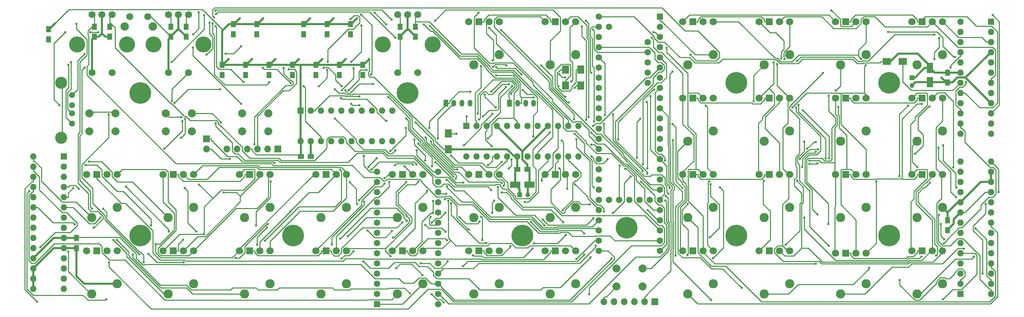
<source format=gbr>
G04 #@! TF.FileFunction,Copper,L2,Bot,Signal*
%FSLAX46Y46*%
G04 Gerber Fmt 4.6, Leading zero omitted, Abs format (unit mm)*
G04 Created by KiCad (PCBNEW 4.0.7) date Sat Mar 24 11:27:51 2018*
%MOMM*%
%LPD*%
G01*
G04 APERTURE LIST*
%ADD10C,0.100000*%
%ADD11R,1.200000X1.200000*%
%ADD12C,1.200000*%
%ADD13C,1.600000*%
%ADD14R,1.600000X1.600000*%
%ADD15C,2.286000*%
%ADD16C,2.100000*%
%ADD17C,1.750000*%
%ADD18C,1.500000*%
%ADD19C,3.000000*%
%ADD20O,1.600000X1.600000*%
%ADD21R,1.700000X2.000000*%
%ADD22R,1.250000X1.500000*%
%ADD23R,1.500000X1.250000*%
%ADD24R,1.700000X1.700000*%
%ADD25O,1.700000X1.700000*%
%ADD26C,2.000000*%
%ADD27O,4.000000X4.000000*%
%ADD28R,1.200000X1.700000*%
%ADD29O,1.200000X1.700000*%
%ADD30C,5.400000*%
%ADD31C,0.600000*%
%ADD32R,2.000000X1.700000*%
%ADD33C,1.800000*%
%ADD34R,1.800000X1.800000*%
%ADD35R,2.600000X1.600000*%
%ADD36R,1.600000X2.600000*%
%ADD37C,0.500000*%
%ADD38C,0.250000*%
G04 APERTURE END LIST*
D10*
D11*
X195580000Y-102235000D03*
D12*
X197580000Y-102235000D03*
D11*
X293370000Y-73025000D03*
D12*
X293370000Y-75025000D03*
D13*
X230505000Y-98425000D03*
X230505000Y-100965000D03*
X230505000Y-103505000D03*
X230505000Y-106045000D03*
X230505000Y-95885000D03*
X230505000Y-93345000D03*
X230505000Y-90805000D03*
X230505000Y-108585000D03*
X230505000Y-111125000D03*
X230505000Y-113665000D03*
X230505000Y-116205000D03*
X227965000Y-103505000D03*
X225425000Y-103505000D03*
X222885000Y-103505000D03*
X220345000Y-103505000D03*
X217805000Y-103505000D03*
X215265000Y-116205000D03*
X215265000Y-113665000D03*
X215265000Y-111125000D03*
X215265000Y-108585000D03*
X215265000Y-106045000D03*
X215265000Y-103505000D03*
X215265000Y-100965000D03*
X215265000Y-98425000D03*
X230505000Y-88265000D03*
X230505000Y-85725000D03*
X230505000Y-83185000D03*
X230505000Y-80645000D03*
X230505000Y-78105000D03*
X230505000Y-75565000D03*
X230505000Y-73025000D03*
X230505000Y-70485000D03*
X230505000Y-67945000D03*
X230505000Y-65405000D03*
X230505000Y-62865000D03*
X230505000Y-60325000D03*
D14*
X230505000Y-57785000D03*
D13*
X215265000Y-95885000D03*
X215265000Y-93345000D03*
X215265000Y-90805000D03*
X215265000Y-88265000D03*
X215265000Y-85725000D03*
X215265000Y-83185000D03*
X215265000Y-80645000D03*
X215265000Y-78105000D03*
X215265000Y-75565000D03*
X215265000Y-73025000D03*
X215265000Y-70485000D03*
X215265000Y-67945000D03*
X215265000Y-65405000D03*
X215265000Y-62865000D03*
X215265000Y-60325000D03*
X215265000Y-57785000D03*
X217805000Y-60325000D03*
X227505000Y-64135000D03*
X227505000Y-66675000D03*
X227505000Y-69215000D03*
X227505000Y-71755000D03*
X227505000Y-74295000D03*
D15*
X294640000Y-107950000D03*
X300990000Y-105410000D03*
X88900000Y-127000000D03*
X95250000Y-124460000D03*
X203200000Y-107950000D03*
X209550000Y-105410000D03*
X184150000Y-107950000D03*
X190500000Y-105410000D03*
X165100000Y-107950000D03*
X171450000Y-105410000D03*
X146050000Y-107950000D03*
X152400000Y-105410000D03*
X127000000Y-107950000D03*
X133350000Y-105410000D03*
X203200000Y-69850000D03*
X209550000Y-67310000D03*
X184150000Y-69850000D03*
X190500000Y-67310000D03*
X237490000Y-127000000D03*
X243840000Y-124460000D03*
X256540000Y-127000000D03*
X262890000Y-124460000D03*
X237490000Y-88900000D03*
X243840000Y-86360000D03*
X275590000Y-127000000D03*
X281940000Y-124460000D03*
X256540000Y-88900000D03*
X262890000Y-86360000D03*
X294640000Y-127000000D03*
X300990000Y-124460000D03*
X275590000Y-88900000D03*
X281940000Y-86360000D03*
X294640000Y-88900000D03*
X300990000Y-86360000D03*
X256540000Y-107950000D03*
X262890000Y-105410000D03*
X237490000Y-69850000D03*
X243840000Y-67310000D03*
X275590000Y-107950000D03*
X281940000Y-105410000D03*
X256540000Y-69850000D03*
X262890000Y-67310000D03*
X294640000Y-69850000D03*
X300990000Y-67310000D03*
X203200000Y-127000000D03*
X209550000Y-124460000D03*
X184150000Y-127000000D03*
X190500000Y-124460000D03*
X165100000Y-127000000D03*
X171450000Y-124460000D03*
X146050000Y-127000000D03*
X152400000Y-124460000D03*
X127000000Y-127000000D03*
X133350000Y-124460000D03*
X107950000Y-127000000D03*
X114300000Y-124460000D03*
X275590000Y-69850000D03*
X281940000Y-67310000D03*
X237490000Y-107950000D03*
X243840000Y-105410000D03*
X107950000Y-107950000D03*
X114300000Y-105410000D03*
X88900000Y-107950000D03*
X95250000Y-105410000D03*
D16*
X97110000Y-60275000D03*
D17*
X98370000Y-57785000D03*
X102870000Y-57785000D03*
D16*
X104120000Y-60275000D03*
D13*
X175260000Y-96520000D03*
X160020000Y-96520000D03*
X175260000Y-99060000D03*
X175260000Y-101600000D03*
X175260000Y-104140000D03*
X175260000Y-106680000D03*
X175260000Y-109220000D03*
X175260000Y-111760000D03*
X175260000Y-114300000D03*
X175260000Y-116840000D03*
X175260000Y-119380000D03*
X175260000Y-121920000D03*
X175260000Y-124460000D03*
X175260000Y-127000000D03*
X175260000Y-129540000D03*
X160020000Y-99060000D03*
X160020000Y-101600000D03*
X160020000Y-104140000D03*
X160020000Y-106680000D03*
X160020000Y-109220000D03*
X160020000Y-111760000D03*
X160020000Y-114300000D03*
X160020000Y-116840000D03*
X160020000Y-119380000D03*
X160020000Y-121920000D03*
X160020000Y-124460000D03*
X160020000Y-127000000D03*
D14*
X160020000Y-129540000D03*
D18*
X83950000Y-77345000D03*
X83950000Y-79885000D03*
X83950000Y-81915000D03*
X83950000Y-84455000D03*
D19*
X81280000Y-74295000D03*
X81280000Y-88015000D03*
D14*
X81915000Y-92710000D03*
D20*
X74295000Y-125730000D03*
X81915000Y-95250000D03*
X74295000Y-123190000D03*
X81915000Y-97790000D03*
X74295000Y-120650000D03*
X81915000Y-100330000D03*
X74295000Y-118110000D03*
X81915000Y-102870000D03*
X74295000Y-115570000D03*
X81915000Y-105410000D03*
X74295000Y-113030000D03*
X81915000Y-107950000D03*
X74295000Y-110490000D03*
X81915000Y-110490000D03*
X74295000Y-107950000D03*
X81915000Y-113030000D03*
X74295000Y-105410000D03*
X81915000Y-115570000D03*
X74295000Y-102870000D03*
X81915000Y-118110000D03*
X74295000Y-100330000D03*
X81915000Y-120650000D03*
X74295000Y-97790000D03*
X81915000Y-123190000D03*
X74295000Y-95250000D03*
X81915000Y-125730000D03*
X74295000Y-92710000D03*
D14*
X305435000Y-127000000D03*
D20*
X313055000Y-93980000D03*
X305435000Y-124460000D03*
X313055000Y-96520000D03*
X305435000Y-121920000D03*
X313055000Y-99060000D03*
X305435000Y-119380000D03*
X313055000Y-101600000D03*
X305435000Y-116840000D03*
X313055000Y-104140000D03*
X305435000Y-114300000D03*
X313055000Y-106680000D03*
X305435000Y-111760000D03*
X313055000Y-109220000D03*
X305435000Y-109220000D03*
X313055000Y-111760000D03*
X305435000Y-106680000D03*
X313055000Y-114300000D03*
X305435000Y-104140000D03*
X313055000Y-116840000D03*
X305435000Y-101600000D03*
X313055000Y-119380000D03*
X305435000Y-99060000D03*
X313055000Y-121920000D03*
X305435000Y-96520000D03*
X313055000Y-124460000D03*
X305435000Y-93980000D03*
X313055000Y-127000000D03*
D21*
X207010000Y-71025000D03*
X207010000Y-75025000D03*
X210820000Y-71025000D03*
X210820000Y-75025000D03*
D22*
X89535000Y-60345000D03*
X89535000Y-62845000D03*
X93345000Y-60345000D03*
X93345000Y-62845000D03*
X108585000Y-60345000D03*
X108585000Y-62845000D03*
X112395000Y-60345000D03*
X112395000Y-62845000D03*
X165735000Y-60345000D03*
X165735000Y-62845000D03*
X169545000Y-60345000D03*
X169545000Y-62845000D03*
D23*
X194965000Y-95885000D03*
X197465000Y-95885000D03*
D22*
X302260000Y-111085000D03*
X302260000Y-108585000D03*
X85090000Y-113050000D03*
X85090000Y-115550000D03*
D24*
X135255000Y-90805000D03*
D25*
X132715000Y-90805000D03*
X130175000Y-90805000D03*
X127635000Y-90805000D03*
X125095000Y-90805000D03*
X122555000Y-90805000D03*
D14*
X182245000Y-85090000D03*
D20*
X210185000Y-92710000D03*
X184785000Y-85090000D03*
X207645000Y-92710000D03*
X187325000Y-85090000D03*
X205105000Y-92710000D03*
X189865000Y-85090000D03*
X202565000Y-92710000D03*
X192405000Y-85090000D03*
X200025000Y-92710000D03*
X194945000Y-85090000D03*
X197485000Y-92710000D03*
X197485000Y-85090000D03*
X194945000Y-92710000D03*
X200025000Y-85090000D03*
X192405000Y-92710000D03*
X202565000Y-85090000D03*
X189865000Y-92710000D03*
X205105000Y-85090000D03*
X187325000Y-92710000D03*
X207645000Y-85090000D03*
X184785000Y-92710000D03*
X210185000Y-85090000D03*
X182245000Y-92710000D03*
D21*
X177800000Y-90900000D03*
X177800000Y-86900000D03*
D26*
X107315000Y-86415000D03*
X107315000Y-81915000D03*
X113815000Y-86415000D03*
X113815000Y-81915000D03*
X88265000Y-86415000D03*
X88265000Y-81915000D03*
X94765000Y-86415000D03*
X94765000Y-81915000D03*
X126365000Y-86415000D03*
X126365000Y-81915000D03*
X132865000Y-86415000D03*
X132865000Y-81915000D03*
D23*
X141010000Y-92710000D03*
X143510000Y-92710000D03*
D14*
X140970000Y-81280000D03*
D20*
X163830000Y-88900000D03*
X143510000Y-81280000D03*
X161290000Y-88900000D03*
X146050000Y-81280000D03*
X158750000Y-88900000D03*
X148590000Y-81280000D03*
X156210000Y-88900000D03*
X151130000Y-81280000D03*
X153670000Y-88900000D03*
X153670000Y-81280000D03*
X151130000Y-88900000D03*
X156210000Y-81280000D03*
X148590000Y-88900000D03*
X158750000Y-81280000D03*
X146050000Y-88900000D03*
X161290000Y-81280000D03*
X143510000Y-88900000D03*
X163830000Y-81280000D03*
X140970000Y-88900000D03*
D17*
X93940000Y-57270000D03*
X88940000Y-57270000D03*
X91440000Y-57270000D03*
X88940000Y-71770000D03*
X93940000Y-71770000D03*
D27*
X85240000Y-64770000D03*
X97640000Y-64770000D03*
D17*
X112990000Y-57270000D03*
X107990000Y-57270000D03*
X110490000Y-57270000D03*
X107990000Y-71770000D03*
X112990000Y-71770000D03*
D27*
X104290000Y-64770000D03*
X116690000Y-64770000D03*
D17*
X170140000Y-57270000D03*
X165140000Y-57270000D03*
X167640000Y-57270000D03*
X165140000Y-71770000D03*
X170140000Y-71770000D03*
D27*
X161440000Y-64770000D03*
X173840000Y-64770000D03*
D22*
X124206000Y-59710000D03*
X124206000Y-62210000D03*
X130048000Y-59710000D03*
X130048000Y-62210000D03*
X141732000Y-59710000D03*
X141732000Y-62210000D03*
X147574000Y-59710000D03*
X147574000Y-62210000D03*
X153416000Y-59710000D03*
X153416000Y-62210000D03*
X121412000Y-69870000D03*
X121412000Y-72370000D03*
X127254000Y-69870000D03*
X127254000Y-72370000D03*
X133096000Y-69870000D03*
X133096000Y-72370000D03*
X138938000Y-69870000D03*
X138938000Y-72370000D03*
X144780000Y-69870000D03*
X144780000Y-72370000D03*
X150622000Y-69870000D03*
X150622000Y-72370000D03*
X156464000Y-69870000D03*
X156464000Y-72370000D03*
X78105000Y-60980000D03*
X78105000Y-63480000D03*
D24*
X229235000Y-128905000D03*
D25*
X226695000Y-128905000D03*
X224155000Y-128905000D03*
X221615000Y-128905000D03*
X219075000Y-128905000D03*
X216535000Y-128905000D03*
D28*
X193040000Y-79375000D03*
D29*
X195040000Y-79375000D03*
X197040000Y-79375000D03*
X199040000Y-79375000D03*
D28*
X177165000Y-79375000D03*
D29*
X179165000Y-79375000D03*
X181165000Y-79375000D03*
X183165000Y-79375000D03*
D26*
X219710000Y-125150000D03*
X219710000Y-120650000D03*
X226210000Y-125150000D03*
X226210000Y-120650000D03*
D30*
X100965000Y-76835000D03*
D31*
X102990000Y-76835000D03*
X102396891Y-78266891D03*
X100965000Y-78860000D03*
X99533109Y-78266891D03*
X98940000Y-76835000D03*
X99533109Y-75403109D03*
X100965000Y-74810000D03*
X102396891Y-75403109D03*
D30*
X167640000Y-76835000D03*
D31*
X169665000Y-76835000D03*
X169071891Y-78266891D03*
X167640000Y-78860000D03*
X166208109Y-78266891D03*
X165615000Y-76835000D03*
X166208109Y-75403109D03*
X167640000Y-74810000D03*
X169071891Y-75403109D03*
D30*
X222250000Y-110490000D03*
D31*
X224275000Y-110490000D03*
X223681891Y-111921891D03*
X222250000Y-112515000D03*
X220818109Y-111921891D03*
X220225000Y-110490000D03*
X220818109Y-109058109D03*
X222250000Y-108465000D03*
X223681891Y-109058109D03*
D30*
X196215000Y-112395000D03*
D31*
X198240000Y-112395000D03*
X197646891Y-113826891D03*
X196215000Y-114420000D03*
X194783109Y-113826891D03*
X194190000Y-112395000D03*
X194783109Y-110963109D03*
X196215000Y-110370000D03*
X197646891Y-110963109D03*
D30*
X287655000Y-112395000D03*
D31*
X289680000Y-112395000D03*
X289086891Y-113826891D03*
X287655000Y-114420000D03*
X286223109Y-113826891D03*
X285630000Y-112395000D03*
X286223109Y-110963109D03*
X287655000Y-110370000D03*
X289086891Y-110963109D03*
D30*
X249555000Y-74295000D03*
D31*
X251580000Y-74295000D03*
X250986891Y-75726891D03*
X249555000Y-76320000D03*
X248123109Y-75726891D03*
X247530000Y-74295000D03*
X248123109Y-72863109D03*
X249555000Y-72270000D03*
X250986891Y-72863109D03*
D30*
X249555000Y-112395000D03*
D31*
X251580000Y-112395000D03*
X250986891Y-113826891D03*
X249555000Y-114420000D03*
X248123109Y-113826891D03*
X247530000Y-112395000D03*
X248123109Y-110963109D03*
X249555000Y-110370000D03*
X250986891Y-110963109D03*
D30*
X100965000Y-112395000D03*
D31*
X102990000Y-112395000D03*
X102396891Y-113826891D03*
X100965000Y-114420000D03*
X99533109Y-113826891D03*
X98940000Y-112395000D03*
X99533109Y-110963109D03*
X100965000Y-110370000D03*
X102396891Y-110963109D03*
D30*
X139065000Y-112395000D03*
D31*
X141090000Y-112395000D03*
X140496891Y-113826891D03*
X139065000Y-114420000D03*
X137633109Y-113826891D03*
X137040000Y-112395000D03*
X137633109Y-110963109D03*
X139065000Y-110370000D03*
X140496891Y-110963109D03*
D30*
X287655000Y-74295000D03*
D31*
X289680000Y-74295000D03*
X289086891Y-75726891D03*
X287655000Y-76320000D03*
X286223109Y-75726891D03*
X285630000Y-74295000D03*
X286223109Y-72863109D03*
X287655000Y-72270000D03*
X289086891Y-72863109D03*
D22*
X302260000Y-71775000D03*
X302260000Y-74275000D03*
D32*
X287052000Y-68961000D03*
X291052000Y-68961000D03*
D14*
X313055000Y-59055000D03*
D20*
X305435000Y-86995000D03*
X313055000Y-61595000D03*
X305435000Y-84455000D03*
X313055000Y-64135000D03*
X305435000Y-81915000D03*
X313055000Y-66675000D03*
X305435000Y-79375000D03*
X313055000Y-69215000D03*
X305435000Y-76835000D03*
X313055000Y-71755000D03*
X305435000Y-74295000D03*
X313055000Y-74295000D03*
X305435000Y-71755000D03*
X313055000Y-76835000D03*
X305435000Y-69215000D03*
X313055000Y-79375000D03*
X305435000Y-66675000D03*
X313055000Y-81915000D03*
X305435000Y-64135000D03*
X313055000Y-84455000D03*
X305435000Y-61595000D03*
X313055000Y-86995000D03*
X305435000Y-59055000D03*
D33*
X92710000Y-116205000D03*
X87630000Y-116205000D03*
D34*
X90170000Y-116205000D03*
D33*
X95250000Y-116205000D03*
X111760000Y-116205000D03*
X106680000Y-116205000D03*
D34*
X109220000Y-116205000D03*
D33*
X114300000Y-116205000D03*
X130810000Y-116205000D03*
X125730000Y-116205000D03*
D34*
X128270000Y-116205000D03*
D33*
X133350000Y-116205000D03*
X149860000Y-116205000D03*
X144780000Y-116205000D03*
D34*
X147320000Y-116205000D03*
D33*
X152400000Y-116205000D03*
X168910000Y-116205000D03*
X163830000Y-116205000D03*
D34*
X166370000Y-116205000D03*
D33*
X171450000Y-116205000D03*
X187960000Y-116205000D03*
X182880000Y-116205000D03*
D34*
X185420000Y-116205000D03*
D33*
X190500000Y-116205000D03*
X207010000Y-116205000D03*
X201930000Y-116205000D03*
D34*
X204470000Y-116205000D03*
D33*
X209550000Y-116205000D03*
X92710000Y-97155000D03*
X87630000Y-97155000D03*
D34*
X90170000Y-97155000D03*
D33*
X95250000Y-97155000D03*
X111760000Y-97155000D03*
X106680000Y-97155000D03*
D34*
X109220000Y-97155000D03*
D33*
X114300000Y-97155000D03*
X130810000Y-97155000D03*
X125730000Y-97155000D03*
D34*
X128270000Y-97155000D03*
D33*
X133350000Y-97155000D03*
X149860000Y-97155000D03*
X144780000Y-97155000D03*
D34*
X147320000Y-97155000D03*
D33*
X152400000Y-97155000D03*
X168910000Y-97155000D03*
X163830000Y-97155000D03*
D34*
X166370000Y-97155000D03*
D33*
X171450000Y-97155000D03*
X187960000Y-97155000D03*
X182880000Y-97155000D03*
D34*
X185420000Y-97155000D03*
D33*
X190500000Y-97155000D03*
X207010000Y-97155000D03*
X201930000Y-97155000D03*
D34*
X204470000Y-97155000D03*
D33*
X209550000Y-97155000D03*
X187960000Y-59055000D03*
X182880000Y-59055000D03*
D34*
X185420000Y-59055000D03*
D33*
X190500000Y-59055000D03*
X207010000Y-59055000D03*
X201930000Y-59055000D03*
D34*
X204470000Y-59055000D03*
D33*
X209550000Y-59055000D03*
X241300000Y-116205000D03*
X236220000Y-116205000D03*
D34*
X238760000Y-116205000D03*
D33*
X243840000Y-116205000D03*
X260350000Y-116205000D03*
X255270000Y-116205000D03*
D34*
X257810000Y-116205000D03*
D33*
X262890000Y-116205000D03*
X279400000Y-116840000D03*
X274320000Y-116840000D03*
D34*
X276860000Y-116840000D03*
D33*
X281940000Y-116840000D03*
X298450000Y-116205000D03*
X293370000Y-116205000D03*
D34*
X295910000Y-116205000D03*
D33*
X300990000Y-116205000D03*
X241300000Y-97155000D03*
X236220000Y-97155000D03*
D34*
X238760000Y-97155000D03*
D33*
X243840000Y-97155000D03*
X260350000Y-97155000D03*
X255270000Y-97155000D03*
D34*
X257810000Y-97155000D03*
D33*
X262890000Y-97155000D03*
X279400000Y-97155000D03*
X274320000Y-97155000D03*
D34*
X276860000Y-97155000D03*
D33*
X281940000Y-97155000D03*
X298450000Y-97155000D03*
X293370000Y-97155000D03*
D34*
X295910000Y-97155000D03*
D33*
X300990000Y-97155000D03*
X241300000Y-78105000D03*
X236220000Y-78105000D03*
D34*
X238760000Y-78105000D03*
D33*
X243840000Y-78105000D03*
X260350000Y-78105000D03*
X255270000Y-78105000D03*
D34*
X257810000Y-78105000D03*
D33*
X262890000Y-78105000D03*
X279400000Y-78105000D03*
X274320000Y-78105000D03*
D34*
X276860000Y-78105000D03*
D33*
X281940000Y-78105000D03*
X298450000Y-78105000D03*
X293370000Y-78105000D03*
D34*
X295910000Y-78105000D03*
D33*
X300990000Y-78105000D03*
X241300000Y-59055000D03*
X236220000Y-59055000D03*
D34*
X238760000Y-59055000D03*
D33*
X243840000Y-59055000D03*
X260350000Y-59055000D03*
X255270000Y-59055000D03*
D34*
X257810000Y-59055000D03*
D33*
X262890000Y-59055000D03*
X279400000Y-59055000D03*
X274320000Y-59055000D03*
D34*
X276860000Y-59055000D03*
D33*
X281940000Y-59055000D03*
X298450000Y-59055000D03*
X293370000Y-59055000D03*
D34*
X295910000Y-59055000D03*
D33*
X300990000Y-59055000D03*
D24*
X117475000Y-88265000D03*
D25*
X117475000Y-90805000D03*
D35*
X194415000Y-99695000D03*
X198015000Y-99695000D03*
D36*
X297815000Y-70590000D03*
X297815000Y-74190000D03*
D31*
X186861200Y-77182700D03*
X189633800Y-80524700D03*
X205214000Y-75165100D03*
X228156100Y-77608600D03*
X314895200Y-101600000D03*
X301102700Y-89915300D03*
X269361400Y-89103400D03*
X267189400Y-90751500D03*
X218533300Y-118052800D03*
X237352700Y-117266700D03*
X237496600Y-104557100D03*
X232964400Y-100545500D03*
X304431200Y-100474700D03*
X144780000Y-72370000D03*
X124206000Y-62210000D03*
X130048000Y-62210000D03*
X141732000Y-62210000D03*
X147574000Y-62210000D03*
X153416000Y-62210000D03*
X156464000Y-72370000D03*
X150622000Y-72370000D03*
X138938000Y-72370000D03*
X133096000Y-72370000D03*
X127254000Y-72370000D03*
X121412000Y-72370000D03*
X78105000Y-63480000D03*
X300736000Y-73025000D03*
X83040400Y-116356600D03*
X94279100Y-113501200D03*
X84652500Y-109627700D03*
X95130500Y-113544200D03*
X73333700Y-101351100D03*
X92549400Y-128294300D03*
X75263500Y-128928000D03*
X76050100Y-115283600D03*
X88214900Y-93929100D03*
X87349000Y-94813700D03*
X103662700Y-109900200D03*
X85668200Y-100737200D03*
X112051200Y-100549900D03*
X114980300Y-111426200D03*
X152687800Y-112586200D03*
X84260100Y-100524900D03*
X97398100Y-100264700D03*
X108075600Y-111426200D03*
X150822300Y-113178400D03*
X167464600Y-108792600D03*
X173627700Y-109164100D03*
X177032200Y-106704000D03*
X91069200Y-107911600D03*
X106995500Y-90779000D03*
X111481700Y-83919700D03*
X152895400Y-76192700D03*
X157401800Y-71109200D03*
X89384800Y-110490000D03*
X174451900Y-58816000D03*
X162271600Y-59716700D03*
X159372700Y-56817800D03*
X85047500Y-59551700D03*
X189740700Y-72483500D03*
X198998100Y-77925200D03*
X206997600Y-77782400D03*
X272691800Y-93127200D03*
X266173100Y-81136300D03*
X173363200Y-107773800D03*
X167326800Y-107484600D03*
X167252200Y-99074900D03*
X173673900Y-95126400D03*
X170306100Y-89471800D03*
X175133700Y-88212100D03*
X163982900Y-112893900D03*
X132854400Y-109532000D03*
X124723500Y-117974400D03*
X183314100Y-76551700D03*
X188409200Y-76551700D03*
X209262800Y-75565000D03*
X271861100Y-93173700D03*
X265097400Y-79785500D03*
X157629600Y-111139700D03*
X163744300Y-111260700D03*
X173005500Y-85589100D03*
X167145800Y-85589100D03*
X163272500Y-91329700D03*
X133525100Y-98993100D03*
X129875100Y-109852700D03*
X190937300Y-61152200D03*
X187889100Y-60567500D03*
X93210700Y-119136500D03*
X101809400Y-119086200D03*
X91728100Y-105739300D03*
X88957900Y-105739300D03*
X87053600Y-70549100D03*
X209678200Y-118252100D03*
X171361100Y-122292800D03*
X164824900Y-120514300D03*
X111836500Y-119100200D03*
X102998200Y-116985100D03*
X100737000Y-117115800D03*
X93126400Y-82184600D03*
X108827600Y-78845000D03*
X162746600Y-77913600D03*
X179666000Y-98232600D03*
X177437000Y-100137600D03*
X125806000Y-58260000D03*
X131648000Y-58260000D03*
X143332000Y-58260000D03*
X149174000Y-58260000D03*
X155016000Y-58260000D03*
X158064000Y-68420000D03*
X152222000Y-68420000D03*
X146380000Y-68420000D03*
X140538000Y-68420000D03*
X134696000Y-68420000D03*
X128854000Y-68420000D03*
X123012000Y-68420000D03*
X79705000Y-59530000D03*
X282658600Y-120430000D03*
X306325200Y-115745700D03*
X308844800Y-117633700D03*
X211032900Y-60249500D03*
X212123500Y-83561900D03*
X209246100Y-86990300D03*
X213995400Y-100353700D03*
X227501000Y-106035900D03*
X155517800Y-103591900D03*
X156795100Y-103931700D03*
X148727000Y-114648300D03*
X154142900Y-116313400D03*
X151151900Y-118169000D03*
X156613100Y-118834300D03*
X213220900Y-117821500D03*
X234385000Y-117427500D03*
X233732900Y-88668300D03*
X225629000Y-83292300D03*
X155056500Y-104557100D03*
X153204200Y-99119800D03*
X164444100Y-94892500D03*
X168959200Y-94744300D03*
X224742500Y-93040500D03*
X217445100Y-93388200D03*
X213531200Y-92718600D03*
X188445800Y-101033100D03*
X177361400Y-98495900D03*
X179935800Y-95921500D03*
X172139900Y-87987000D03*
X169307400Y-88436200D03*
X172009800Y-93713700D03*
X231810900Y-93669100D03*
X132596900Y-110383900D03*
X130108900Y-114679800D03*
X99131100Y-117137400D03*
X221901600Y-95707800D03*
X212945600Y-127063100D03*
X176603900Y-129064600D03*
X173651200Y-127052500D03*
X168194000Y-126826100D03*
X213440200Y-89689300D03*
X169855500Y-91172800D03*
X181437100Y-120028800D03*
X216788200Y-82352900D03*
X233609000Y-84534300D03*
X236143100Y-100527300D03*
X245495900Y-100359300D03*
X243728200Y-118095900D03*
X211660800Y-117167100D03*
X227412600Y-97008000D03*
X243149800Y-99673300D03*
X242981300Y-112830900D03*
X214481100Y-114918900D03*
X231901200Y-103729500D03*
X232629900Y-102037600D03*
X216582500Y-84560900D03*
X214066300Y-83927600D03*
X227221700Y-79023300D03*
X172020100Y-109759500D03*
X177067200Y-111494500D03*
X198350400Y-109005300D03*
X211679100Y-111951500D03*
X218810800Y-106778200D03*
X223215900Y-97679800D03*
X227360700Y-95689000D03*
X179078700Y-97665200D03*
X167276300Y-83207200D03*
X185106500Y-82048900D03*
X193433000Y-77065500D03*
X196300600Y-76070200D03*
X198899600Y-87656400D03*
X213441400Y-86758500D03*
X156647000Y-92498500D03*
X191028300Y-94063000D03*
X178450700Y-92433200D03*
X111243700Y-82886200D03*
X121012200Y-84248100D03*
X119761500Y-84393500D03*
X182326300Y-82715600D03*
X186393000Y-82715600D03*
X192154300Y-75303000D03*
X220107700Y-88457000D03*
X295704200Y-117642800D03*
X266483300Y-107950000D03*
X309185100Y-110630800D03*
X300146900Y-107295000D03*
X250946900Y-125493800D03*
X290308300Y-123469700D03*
X272594200Y-114965100D03*
X266479100Y-88936700D03*
X310909900Y-121920000D03*
X311690400Y-104508500D03*
X304347200Y-102870000D03*
X299944500Y-90456600D03*
X299358000Y-117387600D03*
X297824800Y-99195500D03*
X294684600Y-95303400D03*
X301014000Y-128318600D03*
X233669800Y-71488400D03*
X243298400Y-128468400D03*
X301398200Y-113349200D03*
X300577600Y-109514300D03*
X269766100Y-107125900D03*
X264436100Y-80504600D03*
X253870700Y-78928600D03*
X272505900Y-109506200D03*
X272555200Y-77510000D03*
X274408400Y-76234000D03*
X290233200Y-97596200D03*
X292405300Y-79956500D03*
X213841100Y-85090000D03*
X109542500Y-79349500D03*
X120896700Y-75943300D03*
X149523800Y-75943300D03*
X191106400Y-99332300D03*
X209375100Y-99624800D03*
X123343600Y-93324000D03*
X134456400Y-94318900D03*
X181632100Y-89892400D03*
X188756100Y-82043500D03*
X80869200Y-79885000D03*
X82249200Y-61706800D03*
X88555900Y-61706800D03*
X90459800Y-61669600D03*
X206854600Y-72945000D03*
X205459300Y-72236200D03*
X195953100Y-72236200D03*
X189741400Y-70404700D03*
X155615400Y-79885800D03*
X153569500Y-79566000D03*
X126129200Y-79566000D03*
X114103800Y-65527300D03*
X83681000Y-69120900D03*
X108754400Y-69120900D03*
X116931500Y-57447500D03*
X119848800Y-57118400D03*
X164581100Y-63098800D03*
X213831800Y-61062300D03*
X114151100Y-62219300D03*
X115579500Y-56676100D03*
X119714400Y-56300500D03*
X163634500Y-58577100D03*
X212059700Y-58844300D03*
X213401700Y-71755000D03*
X229096100Y-76018300D03*
X226274800Y-94613300D03*
X220527600Y-94948700D03*
X177284600Y-102006400D03*
X176895700Y-103383300D03*
X182968500Y-110862600D03*
X201349100Y-108462600D03*
X213911200Y-108093000D03*
X216580800Y-106371900D03*
X209648700Y-88337800D03*
X238125300Y-67306200D03*
X87053600Y-67112700D03*
X117476100Y-67286800D03*
X118207900Y-59323600D03*
X119347500Y-58019200D03*
X111138500Y-88015000D03*
X112126500Y-83294400D03*
X151037700Y-78151600D03*
X162384400Y-83832500D03*
X185428000Y-83493200D03*
X192955900Y-74635500D03*
X83017100Y-69807900D03*
X152095000Y-76192700D03*
X159091100Y-74585000D03*
X188883300Y-68715900D03*
X185874500Y-70140900D03*
X173950700Y-103810100D03*
X169611100Y-84197200D03*
X138408800Y-106432100D03*
X173950700Y-106848500D03*
X187674300Y-94815100D03*
X185289400Y-56803300D03*
X203102500Y-86697600D03*
X177744700Y-103719300D03*
X181467600Y-99188700D03*
X174537200Y-94110200D03*
X169848400Y-94637200D03*
X158576900Y-95951700D03*
X171694100Y-59752600D03*
X172412600Y-101276800D03*
X104784300Y-114521100D03*
X173420300Y-88962400D03*
X187599400Y-88177500D03*
X212748900Y-82859700D03*
X206051800Y-88697600D03*
X163073000Y-99016500D03*
X121788800Y-101665900D03*
X177619700Y-118882100D03*
X170913500Y-119397600D03*
X166886200Y-95131200D03*
X207367000Y-100723800D03*
X191052600Y-101659000D03*
X206391300Y-109136400D03*
X207067600Y-112217700D03*
X199070900Y-114360100D03*
X198747800Y-115620700D03*
X183926700Y-117366800D03*
X208391400Y-74020600D03*
X193668200Y-75055200D03*
X188595000Y-90131700D03*
X163390700Y-117606500D03*
X170283900Y-98953000D03*
X209081600Y-83485000D03*
X161831600Y-98150700D03*
X115658000Y-99677400D03*
X161868100Y-99430000D03*
X116934800Y-112045300D03*
X201060300Y-98707000D03*
X178426700Y-104401100D03*
X187214200Y-114303700D03*
X173229000Y-60185000D03*
X111617300Y-113408200D03*
X132051600Y-113702600D03*
X150874700Y-95998400D03*
X157884000Y-95315400D03*
X159872700Y-93114700D03*
X166315500Y-109104800D03*
X180554000Y-107818400D03*
X185573300Y-108983700D03*
X206309800Y-106180000D03*
X193251400Y-115029200D03*
X177402000Y-113584400D03*
X186234900Y-113495900D03*
X185987700Y-107725000D03*
X188652500Y-106733100D03*
X189214000Y-103721900D03*
X196793000Y-104049900D03*
X201761900Y-109840000D03*
X190148200Y-100291100D03*
X191565800Y-100004800D03*
X179832000Y-86995000D03*
X137942900Y-70957500D03*
X228947700Y-61729100D03*
X129390800Y-89629600D03*
X136666400Y-70627200D03*
X149529200Y-83167700D03*
X164565200Y-91168800D03*
X193530400Y-93477600D03*
X192864100Y-95670400D03*
X205422900Y-95670400D03*
X213054000Y-104634100D03*
X225874500Y-99024600D03*
X226215300Y-96314300D03*
X218804500Y-82175100D03*
X207799400Y-79230400D03*
X200988600Y-70019100D03*
X192285500Y-70019100D03*
X188931300Y-70301900D03*
X155629800Y-77718700D03*
X141738800Y-75145300D03*
X122199100Y-67012500D03*
X126117600Y-65183700D03*
X119735600Y-60188000D03*
X126675800Y-74158100D03*
X119015400Y-59512200D03*
X133162500Y-74158100D03*
X131578000Y-70624000D03*
X138446600Y-74408700D03*
X156088600Y-60035600D03*
X153543000Y-69095200D03*
X147545600Y-71120000D03*
X145477400Y-75145300D03*
X153416000Y-58426600D03*
X147701000Y-69076000D03*
X146704700Y-70629400D03*
X151190500Y-75145300D03*
X156040000Y-57271600D03*
X158493700Y-72274100D03*
X154130900Y-70658200D03*
X151294600Y-76192700D03*
X231997500Y-102543300D03*
X261872600Y-114706100D03*
X271143200Y-71884000D03*
X298955700Y-68374800D03*
X300118900Y-63116600D03*
X301295900Y-114335900D03*
X297780100Y-80226300D03*
X294083900Y-91982600D03*
X269388200Y-91532900D03*
X266008000Y-95347900D03*
X295795300Y-79601000D03*
X264739800Y-68849900D03*
X298967200Y-62305400D03*
X302955900Y-70499100D03*
X306797800Y-74188700D03*
X232222900Y-65614200D03*
X274977300Y-80297700D03*
X269373800Y-119468000D03*
X273310900Y-56254600D03*
X264698100Y-98698600D03*
X303631100Y-95425700D03*
X280640600Y-68393400D03*
X281845200Y-69911600D03*
X241953800Y-79991200D03*
X242780800Y-98863400D03*
X284446200Y-98863400D03*
X263547900Y-80415500D03*
X259756700Y-69663100D03*
X261588000Y-68421200D03*
X228476900Y-63095100D03*
X267805200Y-93711000D03*
X304072300Y-67895000D03*
X287422300Y-61609000D03*
X260731700Y-68232400D03*
X258882800Y-69224800D03*
X256441500Y-98712100D03*
X313463000Y-57379300D03*
X269967800Y-90950500D03*
X265423700Y-93324900D03*
X269802400Y-94348100D03*
X267800200Y-94540800D03*
D37*
X79375000Y-113030000D02*
X74295000Y-118110000D01*
X81915000Y-113030000D02*
X79375000Y-113030000D01*
X303784000Y-108331000D02*
X305435000Y-106680000D01*
X303784000Y-109436000D02*
X303784000Y-108331000D01*
X302260000Y-110960000D02*
X303784000Y-109436000D01*
X302260000Y-111085000D02*
X302260000Y-110960000D01*
D38*
X311640300Y-101600000D02*
X313055000Y-101600000D01*
X306560300Y-106680000D02*
X311640300Y-101600000D01*
X305435000Y-106680000D02*
X306560300Y-106680000D01*
D37*
X85070000Y-113030000D02*
X85080000Y-113040000D01*
X81915000Y-113030000D02*
X85070000Y-113030000D01*
X85080000Y-113040000D02*
X85090000Y-113050000D01*
D38*
X186861200Y-77752100D02*
X189633800Y-80524700D01*
X186861200Y-77182700D02*
X186861200Y-77752100D01*
X207010000Y-71025000D02*
X205834700Y-71025000D01*
X205214000Y-75618400D02*
X205214000Y-75165100D01*
X205972100Y-76376500D02*
X205214000Y-75618400D01*
X207978400Y-76376500D02*
X205972100Y-76376500D01*
X208597100Y-75757800D02*
X207978400Y-76376500D01*
X208597100Y-75162800D02*
X208597100Y-75757800D01*
X209644700Y-74115200D02*
X208597100Y-75162800D01*
X209644700Y-71025000D02*
X209644700Y-74115200D01*
X210820000Y-71025000D02*
X209644700Y-71025000D01*
X314895200Y-95820200D02*
X314895200Y-101600000D01*
X313055000Y-93980000D02*
X314895200Y-95820200D01*
X268837500Y-89103400D02*
X267189400Y-90751500D01*
X269361400Y-89103400D02*
X268837500Y-89103400D01*
X204834000Y-74785100D02*
X205214000Y-75165100D01*
X204834000Y-71977200D02*
X204834000Y-74785100D01*
X205786200Y-71025000D02*
X204834000Y-71977200D01*
X205834700Y-71025000D02*
X205786200Y-71025000D01*
X228156100Y-90996100D02*
X228156100Y-77608600D01*
X230505000Y-93345000D02*
X228156100Y-90996100D01*
X304256500Y-100300000D02*
X304431200Y-100474700D01*
X304256500Y-96964100D02*
X304256500Y-100300000D01*
X301102700Y-93810300D02*
X304256500Y-96964100D01*
X301102700Y-89915300D02*
X301102700Y-93810300D01*
X232964400Y-100220800D02*
X232964400Y-100545500D01*
X232234900Y-99491300D02*
X232964400Y-100220800D01*
X232234900Y-95074900D02*
X232234900Y-99491300D01*
X230505000Y-93345000D02*
X232234900Y-95074900D01*
X236018700Y-106035000D02*
X237496600Y-104557100D01*
X236018700Y-109492500D02*
X236018700Y-106035000D01*
X237534600Y-111008400D02*
X236018700Y-109492500D01*
X237534600Y-117084800D02*
X237534600Y-111008400D01*
X237352700Y-117266700D02*
X237534600Y-117084800D01*
X179297200Y-128497200D02*
X175260000Y-124460000D01*
X208088900Y-128497200D02*
X179297200Y-128497200D01*
X218533300Y-118052800D02*
X208088900Y-128497200D01*
X85255200Y-112864800D02*
X85080000Y-113040000D01*
X95784400Y-112864800D02*
X85255200Y-112864800D01*
X99934800Y-117015200D02*
X95784400Y-112864800D01*
X99934800Y-118095900D02*
X99934800Y-117015200D01*
X101550400Y-119711500D02*
X99934800Y-118095900D01*
X102068500Y-119711500D02*
X101550400Y-119711500D01*
X102179300Y-119600700D02*
X102068500Y-119711500D01*
X111452700Y-119600700D02*
X102179300Y-119600700D01*
X111577500Y-119725500D02*
X111452700Y-119600700D01*
X112095600Y-119725500D02*
X111577500Y-119725500D01*
X112220400Y-119600700D02*
X112095600Y-119725500D01*
X155900500Y-119600700D02*
X112220400Y-119600700D01*
X159489800Y-123190000D02*
X155900500Y-119600700D01*
X165519100Y-123190000D02*
X159489800Y-123190000D01*
X166590400Y-124261300D02*
X165519100Y-123190000D01*
X169162500Y-124261300D02*
X166590400Y-124261300D01*
X170432200Y-122991600D02*
X169162500Y-124261300D01*
X172093200Y-122991600D02*
X170432200Y-122991600D01*
X173561600Y-124460000D02*
X172093200Y-122991600D01*
X175260000Y-124460000D02*
X173561600Y-124460000D01*
D37*
X313055000Y-99060000D02*
X313055000Y-96520000D01*
X310515000Y-99060000D02*
X313055000Y-99060000D01*
X305435000Y-104140000D02*
X310515000Y-99060000D01*
X196235000Y-91420000D02*
X202565000Y-85090000D01*
X196195000Y-91420000D02*
X196235000Y-91420000D01*
X196195000Y-93490000D02*
X196195000Y-91420000D01*
X197465000Y-94760000D02*
X196195000Y-93490000D01*
X197465000Y-95885000D02*
X197465000Y-94760000D01*
X196195000Y-91420000D02*
X189865000Y-85090000D01*
X143510000Y-92710000D02*
X143510000Y-88900000D01*
X144780000Y-72370000D02*
X144630000Y-72370000D01*
X112395000Y-62720000D02*
X110490000Y-60815000D01*
X112395000Y-62845000D02*
X112395000Y-62720000D01*
X107990000Y-63440000D02*
X108585000Y-62845000D01*
X107990000Y-71770000D02*
X107990000Y-63440000D01*
X88940000Y-63440000D02*
X89535000Y-62845000D01*
X88940000Y-71770000D02*
X88940000Y-63440000D01*
X90660000Y-62845000D02*
X91440000Y-62065000D01*
X89535000Y-62845000D02*
X90660000Y-62845000D01*
X86974700Y-124460000D02*
X95250000Y-124460000D01*
X85059100Y-122544000D02*
X86974700Y-124460000D01*
X85059100Y-121296000D02*
X85059100Y-122544000D01*
X85090000Y-121265000D02*
X85059100Y-121296000D01*
X85090000Y-115550000D02*
X85090000Y-121265000D01*
X79375000Y-115570000D02*
X81915000Y-115570000D01*
X74295000Y-120650000D02*
X79375000Y-115570000D01*
X85070000Y-115570000D02*
X85090000Y-115550000D01*
X81915000Y-115570000D02*
X85070000Y-115570000D01*
X304800000Y-104140000D02*
X305435000Y-104140000D01*
X302260000Y-106680000D02*
X304800000Y-104140000D01*
X301986000Y-74275000D02*
X300736000Y-73025000D01*
X302260000Y-74275000D02*
X301986000Y-74275000D01*
X294205000Y-74190000D02*
X293370000Y-75025000D01*
X297815000Y-74190000D02*
X294205000Y-74190000D01*
X306725000Y-73045000D02*
X306725000Y-73005000D01*
X313055000Y-79375000D02*
X306725000Y-73045000D01*
X302175000Y-74190000D02*
X302260000Y-74275000D01*
X297815000Y-74190000D02*
X302175000Y-74190000D01*
X304655000Y-73005000D02*
X306725000Y-73005000D01*
X303385000Y-74275000D02*
X304655000Y-73005000D01*
X302260000Y-74275000D02*
X303385000Y-74275000D01*
X306725000Y-73005000D02*
X313055000Y-66675000D01*
X302260000Y-108585000D02*
X302260000Y-106680000D01*
X302260000Y-106680000D02*
X300990000Y-105410000D01*
X74295000Y-125730000D02*
X74295000Y-123190000D01*
X74295000Y-123190000D02*
X74295000Y-120650000D01*
X92220000Y-62845000D02*
X91440000Y-62065000D01*
X93345000Y-62845000D02*
X92220000Y-62845000D01*
X91440000Y-62065000D02*
X91440000Y-57270000D01*
X110490000Y-60815000D02*
X110490000Y-57270000D01*
X169545000Y-62720000D02*
X167912000Y-61087000D01*
X169545000Y-62845000D02*
X169545000Y-62720000D01*
X167640000Y-60815000D02*
X167640000Y-57270000D01*
X167912000Y-61087000D02*
X167640000Y-60815000D01*
X197580000Y-100130000D02*
X198015000Y-99695000D01*
X197580000Y-102235000D02*
X197580000Y-100130000D01*
X198015000Y-96435000D02*
X197465000Y-95885000D01*
X198015000Y-99695000D02*
X198015000Y-96435000D01*
D38*
X217130300Y-127729700D02*
X216535000Y-127729700D01*
X219710000Y-125150000D02*
X217130300Y-127729700D01*
X216535000Y-128905000D02*
X216535000Y-127729700D01*
D37*
X167368000Y-61087000D02*
X167912000Y-61087000D01*
X165735000Y-62720000D02*
X167368000Y-61087000D01*
X165735000Y-62845000D02*
X165735000Y-62720000D01*
D38*
X165735000Y-71175000D02*
X165140000Y-71770000D01*
X165735000Y-62845000D02*
X165735000Y-71175000D01*
D37*
X108585000Y-62845000D02*
X108585000Y-62782500D01*
X108585000Y-62720000D02*
X110490000Y-60815000D01*
X108585000Y-62782500D02*
X108585000Y-62720000D01*
D38*
X103587500Y-57785000D02*
X102870000Y-57785000D01*
X108585000Y-62782500D02*
X103587500Y-57785000D01*
X166370000Y-129540000D02*
X171450000Y-124460000D01*
X160020000Y-129540000D02*
X166370000Y-129540000D01*
X230890400Y-58910300D02*
X230505000Y-58910300D01*
X239290100Y-67310000D02*
X230890400Y-58910300D01*
X243840000Y-67310000D02*
X239290100Y-67310000D01*
X230505000Y-57785000D02*
X230505000Y-58910300D01*
X83040400Y-121371500D02*
X83040400Y-116356600D01*
X88668900Y-127000000D02*
X83040400Y-121371500D01*
X88900000Y-127000000D02*
X88668900Y-127000000D01*
X106928200Y-127000000D02*
X107950000Y-127000000D01*
X97624500Y-117696300D02*
X106928200Y-127000000D01*
X97624500Y-116846600D02*
X97624500Y-117696300D01*
X95058000Y-114280100D02*
X97624500Y-116846600D01*
X94964800Y-114280100D02*
X95058000Y-114280100D01*
X94279100Y-113594400D02*
X94964800Y-114280100D01*
X94279100Y-113501200D02*
X94279100Y-113594400D01*
X74295000Y-105410000D02*
X75420300Y-105410000D01*
X84244800Y-109220000D02*
X84652500Y-109627700D01*
X79230300Y-109220000D02*
X84244800Y-109220000D01*
X75420300Y-105410000D02*
X79230300Y-109220000D01*
X98074800Y-116488500D02*
X95130500Y-113544200D01*
X98074800Y-117509700D02*
X98074800Y-116488500D01*
X106042900Y-125477800D02*
X98074800Y-117509700D01*
X112459400Y-125477800D02*
X106042900Y-125477800D01*
X113981600Y-127000000D02*
X112459400Y-125477800D01*
X127000000Y-127000000D02*
X113981600Y-127000000D01*
X92347200Y-128496500D02*
X92549400Y-128294300D01*
X87910400Y-128496500D02*
X92347200Y-128496500D01*
X86708600Y-127294700D02*
X87910400Y-128496500D01*
X74267100Y-127294700D02*
X86708600Y-127294700D01*
X72665400Y-125693000D02*
X74267100Y-127294700D01*
X72665400Y-102019400D02*
X72665400Y-125693000D01*
X73333700Y-101351100D02*
X72665400Y-102019400D01*
X74295000Y-100330000D02*
X74295000Y-101455300D01*
X74113800Y-101455300D02*
X74295000Y-101455300D01*
X74113800Y-101455400D02*
X74113800Y-101455300D01*
X73166400Y-102402800D02*
X74113800Y-101455400D01*
X73166400Y-118619500D02*
X73166400Y-102402800D01*
X73799100Y-119252200D02*
X73166400Y-118619500D01*
X74764900Y-119252200D02*
X73799100Y-119252200D01*
X79578500Y-114438600D02*
X74764900Y-119252200D01*
X90704000Y-114438600D02*
X79578500Y-114438600D01*
X91395400Y-115130000D02*
X90704000Y-114438600D01*
X91395400Y-116639700D02*
X91395400Y-115130000D01*
X93266900Y-118511200D02*
X91395400Y-116639700D01*
X97149800Y-118511200D02*
X93266900Y-118511200D01*
X107107000Y-128468400D02*
X97149800Y-118511200D01*
X157597300Y-128468400D02*
X107107000Y-128468400D01*
X157651100Y-128414600D02*
X157597300Y-128468400D01*
X163685400Y-128414600D02*
X157651100Y-128414600D01*
X165100000Y-127000000D02*
X163685400Y-128414600D01*
X74295000Y-97790000D02*
X74295000Y-98915300D01*
X72215100Y-125879600D02*
X75263500Y-128928000D01*
X72215100Y-100713900D02*
X72215100Y-125879600D01*
X74013700Y-98915300D02*
X72215100Y-100713900D01*
X74295000Y-98915300D02*
X74013700Y-98915300D01*
X79713600Y-111620100D02*
X76050100Y-115283600D01*
X83555300Y-111620100D02*
X79713600Y-111620100D01*
X85293200Y-109882200D02*
X83555300Y-111620100D01*
X85293200Y-109363200D02*
X85293200Y-109882200D01*
X82610000Y-106680000D02*
X85293200Y-109363200D01*
X81518100Y-106680000D02*
X82610000Y-106680000D01*
X75870600Y-101032500D02*
X81518100Y-106680000D01*
X75870600Y-97739400D02*
X75870600Y-101032500D01*
X74506500Y-96375300D02*
X75870600Y-97739400D01*
X74295000Y-96375300D02*
X74506500Y-96375300D01*
X74295000Y-95250000D02*
X74295000Y-96375300D01*
X74295000Y-92710000D02*
X74295000Y-93835300D01*
X74576400Y-93835300D02*
X74295000Y-93835300D01*
X76320900Y-95579800D02*
X74576400Y-93835300D01*
X76320900Y-98894100D02*
X76320900Y-95579800D01*
X81473100Y-104046300D02*
X76320900Y-98894100D01*
X84996300Y-104046300D02*
X81473100Y-104046300D01*
X88900000Y-107950000D02*
X84996300Y-104046300D01*
X99048400Y-99048400D02*
X107950000Y-107950000D01*
X95307600Y-99048400D02*
X99048400Y-99048400D01*
X93980000Y-97720800D02*
X95307600Y-99048400D01*
X93980000Y-96621500D02*
X93980000Y-97720800D01*
X91287600Y-93929100D02*
X93980000Y-96621500D01*
X88214900Y-93929100D02*
X91287600Y-93929100D01*
X103662700Y-108320900D02*
X103662700Y-109900200D01*
X96738800Y-101397000D02*
X103662700Y-108320900D01*
X95213100Y-101397000D02*
X96738800Y-101397000D01*
X91395400Y-97579300D02*
X95213100Y-101397000D01*
X91395400Y-96110500D02*
X91395400Y-97579300D01*
X90098600Y-94813700D02*
X91395400Y-96110500D01*
X87349000Y-94813700D02*
X90098600Y-94813700D01*
X81915000Y-100330000D02*
X83040300Y-100330000D01*
X84812600Y-99881600D02*
X85668200Y-100737200D01*
X83488700Y-99881600D02*
X84812600Y-99881600D01*
X83040300Y-100330000D02*
X83488700Y-99881600D01*
X112831500Y-109277400D02*
X114980300Y-111426200D01*
X112831500Y-101330200D02*
X112831500Y-109277400D01*
X112051200Y-100549900D02*
X112831500Y-101330200D01*
X157324000Y-107950000D02*
X152687800Y-112586200D01*
X165100000Y-107950000D02*
X157324000Y-107950000D01*
X81915000Y-102870000D02*
X83040300Y-102870000D01*
X83040300Y-101744700D02*
X84260100Y-100524900D01*
X83040300Y-102870000D02*
X83040300Y-101744700D01*
X175641600Y-108094600D02*
X177032200Y-106704000D01*
X174697200Y-108094600D02*
X175641600Y-108094600D01*
X173627700Y-109164100D02*
X174697200Y-108094600D01*
X108075600Y-110942200D02*
X108075600Y-111426200D01*
X97398100Y-100264700D02*
X108075600Y-110942200D01*
X158446600Y-105554100D02*
X150822300Y-113178400D01*
X164791900Y-105554100D02*
X158446600Y-105554100D01*
X166701500Y-107463700D02*
X164791900Y-105554100D01*
X166701500Y-108029500D02*
X166701500Y-107463700D01*
X167464600Y-108792600D02*
X166701500Y-108029500D01*
X84234700Y-105410000D02*
X81915000Y-105410000D01*
X88249300Y-109424600D02*
X84234700Y-105410000D01*
X89556200Y-109424600D02*
X88249300Y-109424600D01*
X91069200Y-107911600D02*
X89556200Y-109424600D01*
X155513700Y-73574400D02*
X152895400Y-76192700D01*
X155513700Y-71485200D02*
X155513700Y-73574400D01*
X155889600Y-71109300D02*
X155513700Y-71485200D01*
X157401800Y-71109300D02*
X155889600Y-71109300D01*
X157401800Y-71109200D02*
X157401800Y-71109300D01*
X111481700Y-86292800D02*
X106995500Y-90779000D01*
X111481700Y-83919700D02*
X111481700Y-86292800D01*
X177116100Y-56151800D02*
X174451900Y-58816000D01*
X203878500Y-56151800D02*
X177116100Y-56151800D01*
X205695400Y-57968700D02*
X203878500Y-56151800D01*
X205695400Y-61365500D02*
X205695400Y-57968700D01*
X203200000Y-63860900D02*
X205695400Y-61365500D01*
X203200000Y-69850000D02*
X203200000Y-63860900D01*
X162271600Y-59716700D02*
X159372700Y-56817800D01*
X91728100Y-108146700D02*
X89384800Y-110490000D01*
X91728100Y-107645500D02*
X91728100Y-108146700D01*
X90480600Y-106398000D02*
X91728100Y-107645500D01*
X88697500Y-106398000D02*
X90480600Y-106398000D01*
X87982800Y-105683300D02*
X88697500Y-106398000D01*
X87982800Y-101898300D02*
X87982800Y-105683300D01*
X85482700Y-99398200D02*
X87982800Y-101898300D01*
X85482700Y-87119000D02*
X85482700Y-99398200D01*
X85933100Y-86668600D02*
X85482700Y-87119000D01*
X85933100Y-69163700D02*
X85933100Y-86668600D01*
X87696600Y-67400200D02*
X85933100Y-69163700D01*
X87696600Y-63514300D02*
X87696600Y-67400200D01*
X85047500Y-60865200D02*
X87696600Y-63514300D01*
X85047500Y-59551700D02*
X85047500Y-60865200D01*
X195040000Y-79375000D02*
X195965300Y-79375000D01*
X195965300Y-79375000D02*
X195965300Y-77925200D01*
X195965300Y-77925200D02*
X198998100Y-77925200D01*
X207010000Y-75025000D02*
X207010000Y-73699700D01*
X272691800Y-87655000D02*
X266173100Y-81136300D01*
X272691800Y-93127200D02*
X272691800Y-87655000D01*
X206708300Y-77782400D02*
X206997600Y-77782400D01*
X204383700Y-75457800D02*
X206708300Y-77782400D01*
X204383700Y-71273300D02*
X204383700Y-75457800D01*
X205991400Y-69665600D02*
X204383700Y-71273300D01*
X207973300Y-69665600D02*
X205991400Y-69665600D01*
X208227300Y-69919600D02*
X207973300Y-69665600D01*
X208227300Y-72482400D02*
X208227300Y-69919600D01*
X207010000Y-73699700D02*
X208227300Y-72482400D01*
X193925400Y-72483500D02*
X189740700Y-72483500D01*
X195675300Y-74233400D02*
X193925400Y-72483500D01*
X195675300Y-77635200D02*
X195675300Y-74233400D01*
X195965300Y-77925200D02*
X195675300Y-77635200D01*
X174690600Y-109789400D02*
X175260000Y-109220000D01*
X173368700Y-109789400D02*
X174690600Y-109789400D01*
X173002300Y-109423000D02*
X173368700Y-109789400D01*
X173002300Y-108134700D02*
X173002300Y-109423000D01*
X173363200Y-107773800D02*
X173002300Y-108134700D01*
X167326800Y-107236900D02*
X167326800Y-107484600D01*
X164773200Y-104683300D02*
X167326800Y-107236900D01*
X164773200Y-101553900D02*
X164773200Y-104683300D01*
X167252200Y-99074900D02*
X164773200Y-101553900D01*
X164247700Y-112893900D02*
X163982900Y-112893900D01*
X168129900Y-109011700D02*
X164247700Y-112893900D01*
X168129900Y-108287700D02*
X168129900Y-109011700D01*
X167326800Y-107484600D02*
X168129900Y-108287700D01*
X175133700Y-83406300D02*
X175133700Y-88212100D01*
X179165000Y-79375000D02*
X175133700Y-83406300D01*
X125723200Y-117974400D02*
X124723500Y-117974400D01*
X127044600Y-116653000D02*
X125723200Y-117974400D01*
X127044600Y-115051900D02*
X127044600Y-116653000D01*
X132564500Y-109532000D02*
X127044600Y-115051900D01*
X132854400Y-109532000D02*
X132564500Y-109532000D01*
X173673900Y-92974000D02*
X173673900Y-95126400D01*
X170306200Y-89606300D02*
X173673900Y-92974000D01*
X170306200Y-89471800D02*
X170306200Y-89606300D01*
X170306100Y-89471800D02*
X170306200Y-89471800D01*
X180407600Y-76551700D02*
X183314100Y-76551700D01*
X178090300Y-78869000D02*
X180407600Y-76551700D01*
X178090300Y-79375000D02*
X178090300Y-78869000D01*
X209644700Y-75183100D02*
X209262800Y-75565000D01*
X209644700Y-75025000D02*
X209644700Y-75183100D01*
X210820000Y-75025000D02*
X209644700Y-75025000D01*
X265097400Y-81540000D02*
X265097400Y-79785500D01*
X271861100Y-88303700D02*
X265097400Y-81540000D01*
X271861100Y-93173700D02*
X271861100Y-88303700D01*
X192807700Y-77967400D02*
X193040000Y-78199700D01*
X192807700Y-76800200D02*
X192807700Y-77967400D01*
X194324400Y-75283500D02*
X192807700Y-76800200D01*
X194324400Y-74805600D02*
X194324400Y-75283500D01*
X193529000Y-74010200D02*
X194324400Y-74805600D01*
X190950700Y-74010200D02*
X193529000Y-74010200D01*
X188409200Y-76551700D02*
X190950700Y-74010200D01*
X193040000Y-79375000D02*
X193040000Y-78199700D01*
X177165000Y-79375000D02*
X177627700Y-79375000D01*
X177627700Y-79375000D02*
X178090300Y-79375000D01*
X133443700Y-99074500D02*
X133525100Y-98993100D01*
X133443700Y-102924800D02*
X133443700Y-99074500D01*
X129875100Y-106493400D02*
X133443700Y-102924800D01*
X129875100Y-109852700D02*
X129875100Y-106493400D01*
X173005500Y-83997200D02*
X173005500Y-85589100D01*
X177627700Y-79375000D02*
X173005500Y-83997200D01*
X167145800Y-87456400D02*
X163272500Y-91329700D01*
X167145800Y-85589100D02*
X167145800Y-87456400D01*
X159375300Y-112885400D02*
X157629600Y-111139700D01*
X162119600Y-112885400D02*
X159375300Y-112885400D01*
X163744300Y-111260700D02*
X162119600Y-112885400D01*
X89535000Y-60345000D02*
X89535000Y-60169600D01*
X89535000Y-57865000D02*
X88940000Y-57270000D01*
X89535000Y-60169600D02*
X89535000Y-57865000D01*
X219250600Y-113665000D02*
X230505000Y-113665000D01*
X218114600Y-112529000D02*
X219250600Y-113665000D01*
X214391300Y-112529000D02*
X218114600Y-112529000D01*
X214343500Y-112576800D02*
X214391300Y-112529000D01*
X208659300Y-112576800D02*
X214343500Y-112576800D01*
X207654500Y-111572000D02*
X208659300Y-112576800D01*
X205802100Y-111572000D02*
X207654500Y-111572000D01*
X205557800Y-111816300D02*
X205802100Y-111572000D01*
X200277100Y-111816300D02*
X205557800Y-111816300D01*
X197377700Y-108916900D02*
X200277100Y-111816300D01*
X188064200Y-108916900D02*
X197377700Y-108916900D01*
X183874900Y-104727600D02*
X188064200Y-108916900D01*
X180274500Y-104727600D02*
X183874900Y-104727600D01*
X178178700Y-102631800D02*
X180274500Y-104727600D01*
X176997900Y-102631800D02*
X178178700Y-102631800D01*
X176889200Y-102740500D02*
X176997900Y-102631800D01*
X174765900Y-102740500D02*
X176889200Y-102740500D01*
X171250200Y-99224800D02*
X174765900Y-102740500D01*
X171250200Y-99034900D02*
X171250200Y-99224800D01*
X170543000Y-98327700D02*
X171250200Y-99034900D01*
X170024900Y-98327700D02*
X170543000Y-98327700D01*
X169972100Y-98380500D02*
X170024900Y-98327700D01*
X162486200Y-98380500D02*
X169972100Y-98380500D01*
X162090700Y-98776000D02*
X162486200Y-98380500D01*
X161572600Y-98776000D02*
X162090700Y-98776000D01*
X160718100Y-97921500D02*
X161572600Y-98776000D01*
X156792500Y-97921500D02*
X160718100Y-97921500D01*
X153793800Y-94922800D02*
X156792500Y-97921500D01*
X150429100Y-94922800D02*
X153793800Y-94922800D01*
X150403000Y-94948900D02*
X150429100Y-94922800D01*
X134165100Y-94948900D02*
X150403000Y-94948900D01*
X133714800Y-94498600D02*
X134165100Y-94948900D01*
X109830500Y-94498600D02*
X133714800Y-94498600D01*
X87696700Y-72364800D02*
X109830500Y-94498600D01*
X87696700Y-70223600D02*
X87696700Y-72364800D01*
X88146900Y-69773400D02*
X87696700Y-70223600D01*
X88146900Y-62710500D02*
X88146900Y-69773400D01*
X87921700Y-62485300D02*
X88146900Y-62710500D01*
X87921700Y-61396500D02*
X87921700Y-62485300D01*
X89148600Y-60169600D02*
X87921700Y-61396500D01*
X89535000Y-60169600D02*
X89148600Y-60169600D01*
X93345000Y-60345000D02*
X93345000Y-59240700D01*
X93345000Y-57865000D02*
X93940000Y-57270000D01*
X93345000Y-59240700D02*
X93345000Y-57865000D01*
X226816600Y-107436600D02*
X230505000Y-111125000D01*
X206045000Y-107436600D02*
X226816600Y-107436600D01*
X203947800Y-105339400D02*
X206045000Y-107436600D01*
X196297800Y-105339400D02*
X203947800Y-105339400D01*
X193994000Y-103035600D02*
X196297800Y-105339400D01*
X193994000Y-102717100D02*
X193994000Y-103035600D01*
X192064500Y-100787600D02*
X193994000Y-102717100D01*
X191427400Y-100787600D02*
X192064500Y-100787600D01*
X190773500Y-100133700D02*
X191427400Y-100787600D01*
X190773500Y-99984400D02*
X190773500Y-100133700D01*
X190451100Y-99662000D02*
X190773500Y-99984400D01*
X189696300Y-99662000D02*
X190451100Y-99662000D01*
X189544300Y-99814000D02*
X189696300Y-99662000D01*
X179697300Y-99814000D02*
X189544300Y-99814000D01*
X177753800Y-97870500D02*
X179697300Y-99814000D01*
X174643500Y-97870500D02*
X177753800Y-97870500D01*
X174078500Y-97305500D02*
X174643500Y-97870500D01*
X174078400Y-97305500D02*
X174078500Y-97305500D01*
X169256700Y-92483800D02*
X174078400Y-97305500D01*
X162657900Y-92483800D02*
X169256700Y-92483800D01*
X161591700Y-91417600D02*
X162657900Y-92483800D01*
X154558200Y-91417600D02*
X161591700Y-91417600D01*
X152255300Y-89114700D02*
X154558200Y-91417600D01*
X152255300Y-88433800D02*
X152255300Y-89114700D01*
X151596200Y-87774700D02*
X152255300Y-88433800D01*
X148108900Y-87774700D02*
X151596200Y-87774700D01*
X147464700Y-88418900D02*
X148108900Y-87774700D01*
X147464700Y-90681400D02*
X147464700Y-88418900D01*
X144452600Y-93693500D02*
X147464700Y-90681400D01*
X136119400Y-93693500D02*
X144452600Y-93693500D01*
X135528000Y-93102100D02*
X136119400Y-93693500D01*
X128248700Y-93102100D02*
X135528000Y-93102100D01*
X126365000Y-91218400D02*
X128248700Y-93102100D01*
X126365000Y-90345800D02*
X126365000Y-91218400D01*
X120892600Y-84873400D02*
X126365000Y-90345800D01*
X120716100Y-84873400D02*
X120892600Y-84873400D01*
X120386800Y-84544100D02*
X120716100Y-84873400D01*
X120386800Y-84088300D02*
X120386800Y-84544100D01*
X120020600Y-83722100D02*
X120386800Y-84088300D01*
X113438600Y-83722100D02*
X120020600Y-83722100D01*
X112385600Y-82669100D02*
X113438600Y-83722100D01*
X111977800Y-82669100D02*
X112385600Y-82669100D01*
X108779000Y-79470300D02*
X111977800Y-82669100D01*
X108568600Y-79470300D02*
X108779000Y-79470300D01*
X94670000Y-65571700D02*
X108568600Y-79470300D01*
X94670000Y-60565700D02*
X94670000Y-65571700D01*
X93345000Y-59240700D02*
X94670000Y-60565700D01*
X108585000Y-57865000D02*
X107990000Y-57270000D01*
X108585000Y-60345000D02*
X108585000Y-57865000D01*
X203336700Y-73551600D02*
X190937300Y-61152200D01*
X203336700Y-75684600D02*
X203336700Y-73551600D01*
X214791700Y-87139600D02*
X203336700Y-75684600D01*
X215782900Y-87139600D02*
X214791700Y-87139600D01*
X221048600Y-92405300D02*
X215782900Y-87139600D01*
X221048600Y-92669100D02*
X221048600Y-92405300D01*
X221595700Y-93216200D02*
X221048600Y-92669100D01*
X221595800Y-93216200D02*
X221595700Y-93216200D01*
X228074600Y-99695000D02*
X221595800Y-93216200D01*
X230866700Y-99695000D02*
X228074600Y-99695000D01*
X231656400Y-100484700D02*
X230866700Y-99695000D01*
X231656400Y-102000100D02*
X231656400Y-100484700D01*
X230505000Y-103151500D02*
X231656400Y-102000100D01*
X230505000Y-103505000D02*
X230505000Y-103151500D01*
X112395000Y-57865000D02*
X112990000Y-57270000D01*
X112395000Y-60345000D02*
X112395000Y-57865000D01*
X189743000Y-62421400D02*
X187889100Y-60567500D01*
X189743000Y-64476300D02*
X189743000Y-62421400D01*
X203759200Y-78492500D02*
X189743000Y-64476300D01*
X203759200Y-79046900D02*
X203759200Y-78492500D01*
X208822600Y-84110300D02*
X203759200Y-79046900D01*
X209340700Y-84110300D02*
X208822600Y-84110300D01*
X209497200Y-83953800D02*
X209340700Y-84110300D01*
X210679600Y-83953800D02*
X209497200Y-83953800D01*
X212813500Y-86087700D02*
X210679600Y-83953800D01*
X212813500Y-87486200D02*
X212813500Y-86087700D01*
X214862300Y-89535000D02*
X212813500Y-87486200D01*
X216650300Y-89535000D02*
X214862300Y-89535000D01*
X221747500Y-94632200D02*
X216650300Y-89535000D01*
X222374900Y-94632200D02*
X221747500Y-94632200D01*
X228707700Y-100965000D02*
X222374900Y-94632200D01*
X230505000Y-100965000D02*
X228707700Y-100965000D01*
X88490400Y-105271800D02*
X88957900Y-105739300D01*
X88490400Y-101288700D02*
X88490400Y-105271800D01*
X85933100Y-98731400D02*
X88490400Y-101288700D01*
X85933100Y-87530800D02*
X85933100Y-98731400D01*
X86383400Y-87080500D02*
X85933100Y-87530800D01*
X86383400Y-71219300D02*
X86383400Y-87080500D01*
X87053600Y-70549100D02*
X86383400Y-71219300D01*
X93210700Y-120274200D02*
X93210700Y-119136500D01*
X103664700Y-130728200D02*
X93210700Y-120274200D01*
X167812200Y-130728200D02*
X103664700Y-130728200D01*
X172711300Y-125829100D02*
X167812200Y-130728200D01*
X175992200Y-125829100D02*
X172711300Y-125829100D01*
X179110600Y-128947500D02*
X175992200Y-125829100D01*
X208538900Y-128947500D02*
X179110600Y-128947500D01*
X219158800Y-118327600D02*
X208538900Y-128947500D01*
X219158800Y-117787500D02*
X219158800Y-118327600D01*
X217576300Y-116205000D02*
X219158800Y-117787500D01*
X215265000Y-116205000D02*
X217576300Y-116205000D01*
X92628700Y-106639900D02*
X91728100Y-105739300D01*
X92628700Y-108357800D02*
X92628700Y-106639900D01*
X100761400Y-116490500D02*
X92628700Y-108357800D01*
X100996100Y-116490500D02*
X100761400Y-116490500D01*
X101809400Y-117303800D02*
X100996100Y-116490500D01*
X101809400Y-119086200D02*
X101809400Y-117303800D01*
X105113300Y-119100200D02*
X102998200Y-116985100D01*
X111836500Y-119100200D02*
X105113300Y-119100200D01*
X108827600Y-75932400D02*
X112990000Y-71770000D01*
X108827600Y-78845000D02*
X108827600Y-75932400D01*
X168636400Y-119568100D02*
X171361100Y-122292800D01*
X165771100Y-119568100D02*
X168636400Y-119568100D01*
X164824900Y-120514300D02*
X165771100Y-119568100D01*
X214265300Y-113665000D02*
X215265000Y-113665000D01*
X209678200Y-118252100D02*
X214265300Y-113665000D01*
X93126400Y-87956700D02*
X93126400Y-82184600D01*
X86383400Y-94699700D02*
X93126400Y-87956700D01*
X86383400Y-97907900D02*
X86383400Y-94699700D01*
X89120700Y-100645200D02*
X86383400Y-97907900D01*
X89120700Y-104401200D02*
X89120700Y-100645200D01*
X92178400Y-107458900D02*
X89120700Y-104401200D01*
X92178400Y-108557200D02*
X92178400Y-107458900D01*
X100737000Y-117115800D02*
X92178400Y-108557200D01*
X179742000Y-98156600D02*
X179666000Y-98232600D01*
X179742000Y-97366500D02*
X179742000Y-98156600D01*
X179372600Y-96997100D02*
X179742000Y-97366500D01*
X178989400Y-96997100D02*
X179372600Y-96997100D01*
X171381700Y-89389400D02*
X178989400Y-96997100D01*
X171381700Y-88943100D02*
X171381700Y-89389400D01*
X168237600Y-85799000D02*
X171381700Y-88943100D01*
X168237600Y-83284100D02*
X168237600Y-85799000D01*
X162867100Y-77913600D02*
X168237600Y-83284100D01*
X162746600Y-77913600D02*
X162867100Y-77913600D01*
X177437000Y-100360400D02*
X177437000Y-100137600D01*
X181122800Y-104046200D02*
X177437000Y-100360400D01*
X183830400Y-104046200D02*
X181122800Y-104046200D01*
X188164200Y-108380000D02*
X183830400Y-104046200D01*
X198609500Y-108380000D02*
X188164200Y-108380000D01*
X201145200Y-110915700D02*
X198609500Y-108380000D01*
X204846200Y-110915700D02*
X201145200Y-110915700D01*
X205090500Y-110671400D02*
X204846200Y-110915700D01*
X214811400Y-110671400D02*
X205090500Y-110671400D01*
X215265000Y-111125000D02*
X214811400Y-110671400D01*
D37*
X140970000Y-81280000D02*
X140970000Y-69870000D01*
X150622000Y-69870000D02*
X156464000Y-69870000D01*
X144780000Y-69870000D02*
X150622000Y-69870000D01*
X133096000Y-69870000D02*
X138938000Y-69870000D01*
X127254000Y-69870000D02*
X133096000Y-69870000D01*
X121412000Y-69870000D02*
X127254000Y-69870000D01*
X130048000Y-59710000D02*
X124206000Y-59710000D01*
X141732000Y-59710000D02*
X130048000Y-59710000D01*
X147574000Y-59710000D02*
X141732000Y-59710000D01*
X153416000Y-59710000D02*
X147574000Y-59710000D01*
X140970000Y-88900000D02*
X140970000Y-81280000D01*
X124356000Y-59710000D02*
X125806000Y-58260000D01*
X124206000Y-59710000D02*
X124356000Y-59710000D01*
X130198000Y-59710000D02*
X131648000Y-58260000D01*
X130048000Y-59710000D02*
X130198000Y-59710000D01*
X141882000Y-59710000D02*
X143332000Y-58260000D01*
X141732000Y-59710000D02*
X141882000Y-59710000D01*
X147724000Y-59710000D02*
X149174000Y-58260000D01*
X147574000Y-59710000D02*
X147724000Y-59710000D01*
X153566000Y-59710000D02*
X155016000Y-58260000D01*
X153416000Y-59710000D02*
X153566000Y-59710000D01*
X150772000Y-69870000D02*
X152222000Y-68420000D01*
X150622000Y-69870000D02*
X150772000Y-69870000D01*
X144930000Y-69870000D02*
X146380000Y-68420000D01*
X144780000Y-69870000D02*
X144930000Y-69870000D01*
X139088000Y-69870000D02*
X140538000Y-68420000D01*
X138938000Y-69870000D02*
X139088000Y-69870000D01*
X133246000Y-69870000D02*
X134696000Y-68420000D01*
X133096000Y-69870000D02*
X133246000Y-69870000D01*
X127404000Y-69870000D02*
X128854000Y-68420000D01*
X127254000Y-69870000D02*
X127404000Y-69870000D01*
X121562000Y-69870000D02*
X123012000Y-68420000D01*
X121412000Y-69870000D02*
X121562000Y-69870000D01*
X78255000Y-60980000D02*
X79705000Y-59530000D01*
X78105000Y-60980000D02*
X78255000Y-60980000D01*
X294080000Y-73025000D02*
X293370000Y-73025000D01*
X296515000Y-70590000D02*
X294080000Y-73025000D01*
X297815000Y-70590000D02*
X296515000Y-70590000D01*
X299000000Y-71775000D02*
X297815000Y-70590000D01*
X302260000Y-71775000D02*
X299000000Y-71775000D01*
X302280000Y-71755000D02*
X302260000Y-71775000D01*
X305435000Y-71755000D02*
X302280000Y-71755000D01*
X138938000Y-69870000D02*
X140970000Y-69870000D01*
X140970000Y-69870000D02*
X144780000Y-69870000D01*
X195580000Y-100860000D02*
X194415000Y-99695000D01*
X195580000Y-102235000D02*
X195580000Y-100860000D01*
X194415000Y-96435000D02*
X194965000Y-95885000D01*
X194415000Y-99695000D02*
X194415000Y-96435000D01*
X194965000Y-92730000D02*
X194945000Y-92710000D01*
X194965000Y-95885000D02*
X194965000Y-92730000D01*
X192445000Y-90900000D02*
X177800000Y-90900000D01*
X194255000Y-92710000D02*
X192445000Y-90900000D01*
X194945000Y-92710000D02*
X194255000Y-92710000D01*
D38*
X177800000Y-90900000D02*
X176624700Y-90900000D01*
D37*
X141010000Y-92710000D02*
X141010000Y-92232500D01*
X141010000Y-88940000D02*
X140970000Y-88900000D01*
X141010000Y-92232500D02*
X141010000Y-88940000D01*
D38*
X128810300Y-91172300D02*
X128810300Y-90805000D01*
X129870500Y-92232500D02*
X128810300Y-91172300D01*
X141010000Y-92232500D02*
X129870500Y-92232500D01*
X127635000Y-90805000D02*
X128810300Y-90805000D01*
D37*
X121412000Y-69870000D02*
X121412000Y-61379000D01*
X123081000Y-59710000D02*
X124206000Y-59710000D01*
X121412000Y-61379000D02*
X123081000Y-59710000D01*
X288036000Y-68961000D02*
X287052000Y-68961000D01*
X289941000Y-67056000D02*
X288036000Y-68961000D01*
X294781000Y-67056000D02*
X289941000Y-67056000D01*
X297815000Y-70090000D02*
X294781000Y-67056000D01*
X297815000Y-70590000D02*
X297815000Y-70090000D01*
D38*
X287052000Y-68961000D02*
X285726700Y-68961000D01*
D37*
X156614000Y-69870000D02*
X157868400Y-68615600D01*
X156464000Y-69870000D02*
X156614000Y-69870000D01*
X157868400Y-68615600D02*
X158064000Y-68420000D01*
D38*
X121412000Y-60980000D02*
X121412000Y-61379000D01*
X116460000Y-56028000D02*
X121412000Y-60980000D01*
X83207000Y-56028000D02*
X116460000Y-56028000D01*
X79705000Y-59530000D02*
X83207000Y-56028000D01*
X285401500Y-69286200D02*
X285726700Y-68961000D01*
X281269100Y-69286200D02*
X285401500Y-69286200D01*
X281086300Y-69469000D02*
X281269100Y-69286200D01*
X279716100Y-69469000D02*
X281086300Y-69469000D01*
X278628700Y-68381600D02*
X279716100Y-69469000D01*
X266092500Y-68381600D02*
X278628700Y-68381600D01*
X264977300Y-69496800D02*
X266092500Y-68381600D01*
X260474800Y-69496800D02*
X264977300Y-69496800D01*
X259577500Y-68599500D02*
X260474800Y-69496800D01*
X258992600Y-68599500D02*
X259577500Y-68599500D01*
X258774700Y-68381600D02*
X258992600Y-68599500D01*
X246163200Y-68381600D02*
X258774700Y-68381600D01*
X245262300Y-69282500D02*
X246163200Y-68381600D01*
X239239400Y-69282500D02*
X245262300Y-69282500D01*
X237945800Y-67988900D02*
X239239400Y-69282500D01*
X235510900Y-67988900D02*
X237945800Y-67988900D01*
X231657000Y-64135000D02*
X235510900Y-67988900D01*
X230135500Y-64135000D02*
X231657000Y-64135000D01*
X229102200Y-63101700D02*
X230135500Y-64135000D01*
X229102200Y-62784500D02*
X229102200Y-63101700D01*
X224102700Y-57785000D02*
X229102200Y-62784500D01*
X215265000Y-57785000D02*
X224102700Y-57785000D01*
X174508300Y-88783600D02*
X176624700Y-90900000D01*
X174508300Y-88146700D02*
X174508300Y-88783600D01*
X159261000Y-72899400D02*
X174508300Y-88146700D01*
X158234700Y-72899400D02*
X159261000Y-72899400D01*
X157868400Y-72533100D02*
X158234700Y-72899400D01*
X157868400Y-71527000D02*
X157868400Y-72533100D01*
X158027100Y-71368300D02*
X157868400Y-71527000D01*
X158027100Y-68774300D02*
X158027100Y-71368300D01*
X157868400Y-68615600D02*
X158027100Y-68774300D01*
X313055000Y-109220000D02*
X313055000Y-110345300D01*
X313336300Y-110345300D02*
X313055000Y-110345300D01*
X314663600Y-111672600D02*
X313336300Y-110345300D01*
X314663600Y-127659700D02*
X314663600Y-111672600D01*
X312906100Y-129417200D02*
X314663600Y-127659700D01*
X239907200Y-129417200D02*
X312906100Y-129417200D01*
X237490000Y-127000000D02*
X239907200Y-129417200D01*
X262619800Y-127000000D02*
X256540000Y-127000000D01*
X265004800Y-124615000D02*
X262619800Y-127000000D01*
X278728000Y-124615000D02*
X265004800Y-124615000D01*
X282658600Y-120684400D02*
X278728000Y-124615000D01*
X282658600Y-120430000D02*
X282658600Y-120684400D01*
X281669800Y-127000000D02*
X275590000Y-127000000D01*
X288375300Y-120294500D02*
X281669800Y-127000000D01*
X292451900Y-120294500D02*
X288375300Y-120294500D01*
X293276100Y-119470300D02*
X292451900Y-120294500D01*
X300929700Y-119470300D02*
X293276100Y-119470300D01*
X304742200Y-115657800D02*
X300929700Y-119470300D01*
X306237300Y-115657800D02*
X304742200Y-115657800D01*
X306325200Y-115745700D02*
X306237300Y-115657800D01*
X295452400Y-127000000D02*
X294640000Y-127000000D01*
X304215500Y-118236900D02*
X295452400Y-127000000D01*
X308241600Y-118236900D02*
X304215500Y-118236900D01*
X308844800Y-117633700D02*
X308241600Y-118236900D01*
X169545000Y-60345000D02*
X169545000Y-59105000D01*
X169545000Y-57865000D02*
X170140000Y-57270000D01*
X169545000Y-59105000D02*
X169545000Y-57865000D01*
X173033400Y-59105000D02*
X169545000Y-59105000D01*
X181073600Y-67145200D02*
X173033400Y-59105000D01*
X185037000Y-67145200D02*
X181073600Y-67145200D01*
X188057900Y-70166100D02*
X185037000Y-67145200D01*
X188057900Y-70363500D02*
X188057900Y-70166100D01*
X188862000Y-71167600D02*
X188057900Y-70363500D01*
X193960400Y-71167600D02*
X188862000Y-71167600D01*
X199115000Y-76322200D02*
X193960400Y-71167600D01*
X199674800Y-76322200D02*
X199115000Y-76322200D01*
X206375000Y-83022400D02*
X199674800Y-76322200D01*
X206375000Y-85412900D02*
X206375000Y-83022400D01*
X207327100Y-86365000D02*
X206375000Y-85412900D01*
X209519600Y-86365000D02*
X207327100Y-86365000D01*
X212172500Y-89017900D02*
X209519600Y-86365000D01*
X212172500Y-89356300D02*
X212172500Y-89017900D01*
X214764500Y-91948300D02*
X212172500Y-89356300D01*
X218417100Y-91948300D02*
X214764500Y-91948300D01*
X221551300Y-95082500D02*
X218417100Y-91948300D01*
X222188300Y-95082500D02*
X221551300Y-95082500D01*
X224605300Y-97499500D02*
X222188300Y-95082500D01*
X224605300Y-98639700D02*
X224605300Y-97499500D01*
X226694900Y-100729300D02*
X224605300Y-98639700D01*
X226695000Y-100729300D02*
X226694900Y-100729300D01*
X226695000Y-103829000D02*
X226695000Y-100729300D01*
X228911000Y-106045000D02*
X226695000Y-103829000D01*
X230505000Y-106045000D02*
X228911000Y-106045000D01*
X165735000Y-57865000D02*
X165140000Y-57270000D01*
X165735000Y-60345000D02*
X165735000Y-57865000D01*
X212123500Y-63801500D02*
X212123500Y-83561900D01*
X211032900Y-62710900D02*
X212123500Y-63801500D01*
X211032900Y-60249500D02*
X211032900Y-62710900D01*
X230050100Y-108585000D02*
X227501000Y-106035900D01*
X230505000Y-108585000D02*
X230050100Y-108585000D01*
X213545100Y-99903400D02*
X213995400Y-100353700D01*
X213545100Y-93632500D02*
X213545100Y-99903400D01*
X211722200Y-91809600D02*
X213545100Y-93632500D01*
X211722200Y-89466400D02*
X211722200Y-91809600D01*
X209246100Y-86990300D02*
X211722200Y-89466400D01*
X151890500Y-117430400D02*
X151151900Y-118169000D01*
X153025900Y-117430400D02*
X151890500Y-117430400D01*
X154142900Y-116313400D02*
X153025900Y-117430400D01*
X155517800Y-103562200D02*
X155517800Y-103591900D01*
X160020000Y-99060000D02*
X155517800Y-103562200D01*
X156795100Y-104797200D02*
X156795100Y-103931700D01*
X148727000Y-112865300D02*
X156795100Y-104797200D01*
X148727000Y-114648300D02*
X148727000Y-112865300D01*
X234385000Y-105313500D02*
X234385000Y-117427500D01*
X236134700Y-103563800D02*
X234385000Y-105313500D01*
X236134700Y-101480400D02*
X236134700Y-103563800D01*
X233732900Y-99078600D02*
X236134700Y-101480400D01*
X233732900Y-88668300D02*
X233732900Y-99078600D01*
X205710300Y-125332100D02*
X213220900Y-117821500D01*
X201423200Y-125332100D02*
X205710300Y-125332100D01*
X200819900Y-125935400D02*
X201423200Y-125332100D01*
X185625400Y-125935400D02*
X200819900Y-125935400D01*
X182880000Y-123190000D02*
X185625400Y-125935400D01*
X174855500Y-123190000D02*
X182880000Y-123190000D01*
X174026000Y-122360500D02*
X174855500Y-123190000D01*
X174026000Y-121523600D02*
X174026000Y-122360500D01*
X172638900Y-120136500D02*
X174026000Y-121523600D01*
X170470700Y-120136500D02*
X172638900Y-120136500D01*
X169444300Y-119110100D02*
X170470700Y-120136500D01*
X164314200Y-119110100D02*
X169444300Y-119110100D01*
X162871800Y-120552500D02*
X164314200Y-119110100D01*
X158331300Y-120552500D02*
X162871800Y-120552500D01*
X156613100Y-118834300D02*
X158331300Y-120552500D01*
X154867600Y-104368200D02*
X155056500Y-104557100D01*
X154867600Y-100783200D02*
X154867600Y-104368200D01*
X153204200Y-99119800D02*
X154867600Y-100783200D01*
X164840400Y-94496200D02*
X164444100Y-94892500D01*
X168711100Y-94496200D02*
X164840400Y-94496200D01*
X168959200Y-94744300D02*
X168711100Y-94496200D01*
X169307400Y-89708200D02*
X169307400Y-88436200D01*
X172009800Y-92410600D02*
X169307400Y-89708200D01*
X172009800Y-93713700D02*
X172009800Y-92410600D01*
X172282300Y-88129400D02*
X172139900Y-87987000D01*
X172282300Y-89016200D02*
X172282300Y-88129400D01*
X179187600Y-95921500D02*
X172282300Y-89016200D01*
X179935800Y-95921500D02*
X179187600Y-95921500D01*
X177361400Y-98496000D02*
X177361400Y-98495900D01*
X177424200Y-98496000D02*
X177361400Y-98496000D01*
X179192500Y-100264300D02*
X177424200Y-98496000D01*
X187677000Y-100264300D02*
X179192500Y-100264300D01*
X188445800Y-101033100D02*
X187677000Y-100264300D01*
X224742500Y-84178800D02*
X224742500Y-93040500D01*
X225629000Y-83292300D02*
X224742500Y-84178800D01*
X216350600Y-94482700D02*
X217445100Y-93388200D01*
X214739800Y-94482700D02*
X216350600Y-94482700D01*
X213995400Y-93738300D02*
X214739800Y-94482700D01*
X213995400Y-93182800D02*
X213995400Y-93738300D01*
X213531200Y-92718600D02*
X213995400Y-93182800D01*
X231810900Y-93022200D02*
X231810900Y-93669100D01*
X230863700Y-92075000D02*
X231810900Y-93022200D01*
X230142900Y-92075000D02*
X230863700Y-92075000D01*
X229365500Y-91297600D02*
X230142900Y-92075000D01*
X229365500Y-76704500D02*
X229365500Y-91297600D01*
X230505000Y-75565000D02*
X229365500Y-76704500D01*
X175013300Y-128414600D02*
X173651200Y-127052500D01*
X175953900Y-128414600D02*
X175013300Y-128414600D01*
X176603900Y-129064600D02*
X175953900Y-128414600D01*
X130108900Y-112871900D02*
X130108900Y-114679800D01*
X132596900Y-110383900D02*
X130108900Y-112871900D01*
X166890200Y-125522300D02*
X168194000Y-126826100D01*
X162750500Y-125522300D02*
X166890200Y-125522300D01*
X162542800Y-125730000D02*
X162750500Y-125522300D01*
X153351600Y-125730000D02*
X162542800Y-125730000D01*
X153131800Y-125949800D02*
X153351600Y-125730000D01*
X149339800Y-125949800D02*
X153131800Y-125949800D01*
X148874000Y-125484000D02*
X149339800Y-125949800D01*
X135594400Y-125484000D02*
X148874000Y-125484000D01*
X135130800Y-125947600D02*
X135594400Y-125484000D01*
X130287600Y-125947600D02*
X135130800Y-125947600D01*
X129817800Y-125477800D02*
X130287600Y-125947600D01*
X123980900Y-125477800D02*
X129817800Y-125477800D01*
X123511900Y-125946800D02*
X123980900Y-125477800D01*
X113658200Y-125946800D02*
X123511900Y-125946800D01*
X112504000Y-124792600D02*
X113658200Y-125946800D01*
X105994600Y-124792600D02*
X112504000Y-124792600D01*
X99131100Y-117929100D02*
X105994600Y-124792600D01*
X99131100Y-117137400D02*
X99131100Y-117929100D01*
X212945600Y-125445300D02*
X212945600Y-127063100D01*
X223415400Y-114975500D02*
X212945600Y-125445300D01*
X230817700Y-114975500D02*
X223415400Y-114975500D01*
X231652100Y-114141100D02*
X230817700Y-114975500D01*
X231652100Y-110589500D02*
X231652100Y-114141100D01*
X230917600Y-109855000D02*
X231652100Y-110589500D01*
X230183000Y-109855000D02*
X230917600Y-109855000D01*
X224155000Y-103827000D02*
X230183000Y-109855000D01*
X224155000Y-97686100D02*
X224155000Y-103827000D01*
X222176700Y-95707800D02*
X224155000Y-97686100D01*
X221901600Y-95707800D02*
X222176700Y-95707800D01*
X214149300Y-89689300D02*
X213440200Y-89689300D01*
X215265000Y-90805000D02*
X214149300Y-89689300D01*
X169855500Y-92445700D02*
X169855500Y-91172800D01*
X173929800Y-96520000D02*
X169855500Y-92445700D01*
X175260000Y-96520000D02*
X173929800Y-96520000D01*
X246336400Y-101199800D02*
X245495900Y-100359300D01*
X246336400Y-115487700D02*
X246336400Y-101199800D01*
X243728200Y-118095900D02*
X246336400Y-115487700D01*
X216788200Y-69468200D02*
X216788200Y-82352900D01*
X215265000Y-67945000D02*
X216788200Y-69468200D01*
X234486500Y-85411800D02*
X233609000Y-84534300D01*
X234486500Y-98870700D02*
X234486500Y-85411800D01*
X236143100Y-100527300D02*
X234486500Y-98870700D01*
X209946600Y-118881300D02*
X211660800Y-117167100D01*
X182584600Y-118881300D02*
X209946600Y-118881300D01*
X181437100Y-120028800D02*
X182584600Y-118881300D01*
X245308400Y-110503800D02*
X242981300Y-112830900D01*
X245308400Y-104731900D02*
X245308400Y-110503800D01*
X243149800Y-102573300D02*
X245308400Y-104731900D01*
X243149800Y-99673300D02*
X243149800Y-102573300D01*
X176512400Y-120667600D02*
X175260000Y-121920000D01*
X184045500Y-120667600D02*
X176512400Y-120667600D01*
X185381500Y-119331600D02*
X184045500Y-120667600D01*
X210441700Y-119331600D02*
X185381500Y-119331600D01*
X214481100Y-115292200D02*
X210441700Y-119331600D01*
X214481100Y-114918900D02*
X214481100Y-115292200D01*
X227827500Y-65405000D02*
X215265000Y-65405000D01*
X229253900Y-66831400D02*
X227827500Y-65405000D01*
X229253900Y-68353600D02*
X229253900Y-66831400D01*
X230115300Y-69215000D02*
X229253900Y-68353600D01*
X230894100Y-69215000D02*
X230115300Y-69215000D01*
X231653200Y-69974100D02*
X230894100Y-69215000D01*
X231653200Y-70932700D02*
X231653200Y-69974100D01*
X230975500Y-71610400D02*
X231653200Y-70932700D01*
X230280800Y-71610400D02*
X230975500Y-71610400D01*
X228864500Y-73026700D02*
X230280800Y-71610400D01*
X228864500Y-74552600D02*
X228864500Y-73026700D01*
X219438500Y-83978600D02*
X228864500Y-74552600D01*
X219438500Y-88672300D02*
X219438500Y-83978600D01*
X226455200Y-95689000D02*
X219438500Y-88672300D01*
X226474400Y-95689000D02*
X226455200Y-95689000D01*
X227412600Y-96627200D02*
X226474400Y-95689000D01*
X227412600Y-97008000D02*
X227412600Y-96627200D01*
X213654600Y-60325000D02*
X215265000Y-60325000D01*
X213199200Y-60780400D02*
X213654600Y-60325000D01*
X213199200Y-62808700D02*
X213199200Y-60780400D01*
X213649500Y-63259000D02*
X213199200Y-62808700D01*
X213649500Y-70051600D02*
X213649500Y-63259000D01*
X214066300Y-70468400D02*
X213649500Y-70051600D01*
X214066300Y-83927600D02*
X214066300Y-70468400D01*
X216582500Y-87090100D02*
X216582500Y-84560900D01*
X221498900Y-92006500D02*
X216582500Y-87090100D01*
X221498900Y-92482500D02*
X221498900Y-92006500D01*
X221499000Y-92482500D02*
X221498900Y-92482500D01*
X226655200Y-97638700D02*
X221499000Y-92482500D01*
X228117800Y-97638700D02*
X226655200Y-97638700D01*
X228511800Y-97244700D02*
X228117800Y-97638700D01*
X230925500Y-97244700D02*
X228511800Y-97244700D01*
X231784600Y-98103800D02*
X230925500Y-97244700D01*
X231784600Y-99677900D02*
X231784600Y-98103800D01*
X232179600Y-100072900D02*
X231784600Y-99677900D01*
X232179600Y-101587300D02*
X232179600Y-100072900D01*
X232629900Y-102037600D02*
X232179600Y-101587300D01*
X175423700Y-127000000D02*
X175260000Y-127000000D01*
X177821500Y-129397800D02*
X175423700Y-127000000D01*
X212836700Y-129397800D02*
X177821500Y-129397800D01*
X224465800Y-117768700D02*
X212836700Y-129397800D01*
X230540500Y-117768700D02*
X224465800Y-117768700D01*
X232102400Y-116206800D02*
X230540500Y-117768700D01*
X232102400Y-115881400D02*
X232102400Y-116206800D01*
X232552700Y-115431100D02*
X232102400Y-115881400D01*
X232552700Y-109481800D02*
X232552700Y-115431100D01*
X232102400Y-109031500D02*
X232552700Y-109481800D01*
X232102400Y-103930700D02*
X232102400Y-109031500D01*
X231901200Y-103729500D02*
X232102400Y-103930700D01*
X221615000Y-103974000D02*
X218810800Y-106778200D01*
X221615000Y-99280700D02*
X221615000Y-103974000D01*
X223215900Y-97679800D02*
X221615000Y-99280700D01*
X172857200Y-110596600D02*
X172020100Y-109759500D01*
X176169300Y-110596600D02*
X172857200Y-110596600D01*
X177067200Y-111494500D02*
X176169300Y-110596600D01*
X210849300Y-111121700D02*
X211679100Y-111951500D01*
X205277100Y-111121700D02*
X210849300Y-111121700D01*
X205032800Y-111366000D02*
X205277100Y-111121700D01*
X200711100Y-111366000D02*
X205032800Y-111366000D01*
X198350400Y-109005300D02*
X200711100Y-111366000D01*
X227360700Y-79162300D02*
X227360700Y-95689000D01*
X227221700Y-79023300D02*
X227360700Y-79162300D01*
X214947900Y-88265000D02*
X215265000Y-88265000D01*
X213441400Y-86758500D02*
X214947900Y-88265000D01*
X198899600Y-82521100D02*
X198899600Y-87656400D01*
X199967800Y-81452900D02*
X198899600Y-82521100D01*
X199967800Y-77971100D02*
X199967800Y-81452900D01*
X199219500Y-77222800D02*
X199967800Y-77971100D01*
X197453200Y-77222800D02*
X199219500Y-77222800D01*
X196300600Y-76070200D02*
X197453200Y-77222800D01*
X193433000Y-76811800D02*
X193433000Y-77065500D01*
X194774700Y-75470100D02*
X193433000Y-76811800D01*
X194774700Y-74619000D02*
X194774700Y-75470100D01*
X193715600Y-73559900D02*
X194774700Y-74619000D01*
X188898100Y-73559900D02*
X193715600Y-73559900D01*
X185106500Y-77351500D02*
X188898100Y-73559900D01*
X185106500Y-82048900D02*
X185106500Y-77351500D01*
X179020600Y-97665200D02*
X179078700Y-97665200D01*
X170931400Y-89576000D02*
X179020600Y-97665200D01*
X170931400Y-89129700D02*
X170931400Y-89576000D01*
X167771100Y-85969400D02*
X170931400Y-89129700D01*
X167771100Y-83702000D02*
X167771100Y-85969400D01*
X167276300Y-83207200D02*
X167771100Y-83702000D01*
X156647000Y-94963000D02*
X156647000Y-92498500D01*
X158261700Y-96577700D02*
X156647000Y-94963000D01*
X159962300Y-96577700D02*
X158261700Y-96577700D01*
X160020000Y-96520000D02*
X159962300Y-96577700D01*
X180334400Y-94316900D02*
X178450700Y-92433200D01*
X186263300Y-94316900D02*
X180334400Y-94316900D01*
X187386900Y-95440500D02*
X186263300Y-94316900D01*
X189650800Y-95440500D02*
X187386900Y-95440500D01*
X191028300Y-94063000D02*
X189650800Y-95440500D01*
X226695000Y-128905000D02*
X226695000Y-127729700D01*
X232510200Y-82650200D02*
X230505000Y-80645000D01*
X232510200Y-90205800D02*
X232510200Y-82650200D01*
X232685200Y-90380800D02*
X232510200Y-90205800D01*
X232685200Y-99304700D02*
X232685200Y-90380800D01*
X233589700Y-100209200D02*
X232685200Y-99304700D01*
X233589700Y-100804600D02*
X233589700Y-100209200D01*
X233266900Y-101127400D02*
X233589700Y-100804600D01*
X233266900Y-108922200D02*
X233266900Y-101127400D01*
X233453300Y-109108600D02*
X233266900Y-108922200D01*
X233453300Y-115804300D02*
X233453300Y-109108600D01*
X233266900Y-115990700D02*
X233453300Y-115804300D01*
X233266900Y-121157800D02*
X233266900Y-115990700D01*
X226695000Y-127729700D02*
X233266900Y-121157800D01*
X108286200Y-82886200D02*
X111243700Y-82886200D01*
X107315000Y-81915000D02*
X108286200Y-82886200D01*
X118850400Y-81915000D02*
X113815000Y-81915000D01*
X121012200Y-84076800D02*
X118850400Y-81915000D01*
X121012200Y-84248100D02*
X121012200Y-84076800D01*
X119761500Y-85172500D02*
X119761500Y-84393500D01*
X123903100Y-89314100D02*
X119761500Y-85172500D01*
X123903100Y-91346000D02*
X123903100Y-89314100D01*
X124578800Y-92021700D02*
X123903100Y-91346000D01*
X125329600Y-92021700D02*
X124578800Y-92021700D01*
X126905900Y-93598000D02*
X125329600Y-92021700D01*
X135274200Y-93598000D02*
X126905900Y-93598000D01*
X135820100Y-94143900D02*
X135274200Y-93598000D01*
X152803700Y-94143900D02*
X135820100Y-94143900D01*
X155079700Y-91867900D02*
X152803700Y-94143900D01*
X161405100Y-91867900D02*
X155079700Y-91867900D01*
X162640200Y-93103000D02*
X161405100Y-91867900D01*
X169239000Y-93103000D02*
X162640200Y-93103000D01*
X173891800Y-97755800D02*
X169239000Y-93103000D01*
X173891900Y-97755800D02*
X173891800Y-97755800D01*
X173891900Y-99381600D02*
X173891900Y-97755800D01*
X174750300Y-100240000D02*
X173891900Y-99381600D01*
X175869800Y-100240000D02*
X174750300Y-100240000D01*
X176602700Y-99507100D02*
X175869800Y-100240000D01*
X177746400Y-99507100D02*
X176602700Y-99507100D01*
X179443200Y-101203900D02*
X177746400Y-99507100D01*
X181706700Y-101203900D02*
X179443200Y-101203900D01*
X188274600Y-107771800D02*
X181706700Y-101203900D01*
X198638200Y-107771800D02*
X188274600Y-107771800D01*
X201331800Y-110465400D02*
X198638200Y-107771800D01*
X204659600Y-110465400D02*
X201331800Y-110465400D01*
X204903900Y-110221100D02*
X204659600Y-110465400D01*
X213628900Y-110221100D02*
X204903900Y-110221100D01*
X215265000Y-108585000D02*
X213628900Y-110221100D01*
X182245000Y-85090000D02*
X182245000Y-83964700D01*
X182245000Y-82796900D02*
X182326300Y-82715600D01*
X182245000Y-83964700D02*
X182245000Y-82796900D01*
X190302100Y-77155200D02*
X192154300Y-75303000D01*
X190302100Y-80824100D02*
X190302100Y-77155200D01*
X189918500Y-81207700D02*
X190302100Y-80824100D01*
X187900900Y-81207700D02*
X189918500Y-81207700D01*
X186393000Y-82715600D02*
X187900900Y-81207700D01*
X220107700Y-84105400D02*
X220107700Y-88457000D01*
X229871700Y-74341400D02*
X220107700Y-84105400D01*
X230807700Y-74341400D02*
X229871700Y-74341400D01*
X232103500Y-73045600D02*
X230807700Y-74341400D01*
X232103500Y-69543500D02*
X232103500Y-73045600D01*
X230505000Y-67945000D02*
X232103500Y-69543500D01*
X313055000Y-119380000D02*
X313055000Y-120505300D01*
X239985400Y-110445400D02*
X237490000Y-107950000D01*
X239985400Y-116677800D02*
X239985400Y-110445400D01*
X243311500Y-120003900D02*
X239985400Y-116677800D01*
X246902400Y-120003900D02*
X243311500Y-120003900D01*
X255865400Y-128966900D02*
X246902400Y-120003900D01*
X312689900Y-128966900D02*
X255865400Y-128966900D01*
X314186700Y-127470100D02*
X312689900Y-128966900D01*
X314186700Y-121355700D02*
X314186700Y-127470100D01*
X313336300Y-120505300D02*
X314186700Y-121355700D01*
X313055000Y-120505300D02*
X313336300Y-120505300D01*
X266483300Y-110796700D02*
X266483300Y-107950000D01*
X274256300Y-118569700D02*
X266483300Y-110796700D01*
X292040700Y-118569700D02*
X274256300Y-118569700D01*
X292491000Y-118119400D02*
X292040700Y-118569700D01*
X295227600Y-118119400D02*
X292491000Y-118119400D01*
X295704200Y-117642800D02*
X295227600Y-118119400D01*
X311929700Y-113375400D02*
X309185100Y-110630800D01*
X311929700Y-122433000D02*
X311929700Y-113375400D01*
X312831400Y-123334700D02*
X311929700Y-122433000D01*
X313055000Y-123334700D02*
X312831400Y-123334700D01*
X313055000Y-124460000D02*
X313055000Y-123334700D01*
X313055000Y-127000000D02*
X313055000Y-125874700D01*
X312773600Y-125874700D02*
X313055000Y-125874700D01*
X310261700Y-123362800D02*
X312773600Y-125874700D01*
X310261700Y-117432200D02*
X310261700Y-123362800D01*
X305999400Y-113169900D02*
X310261700Y-117432200D01*
X304671200Y-113169900D02*
X305999400Y-113169900D01*
X302879800Y-114961300D02*
X304671200Y-113169900D01*
X301020100Y-114961300D02*
X302879800Y-114961300D01*
X299952300Y-113893500D02*
X301020100Y-114961300D01*
X299952300Y-107489600D02*
X299952300Y-113893500D01*
X300146900Y-107295000D02*
X299952300Y-107489600D01*
X234949800Y-91440200D02*
X237490000Y-88900000D01*
X234949800Y-98060200D02*
X234949800Y-91440200D01*
X236074000Y-99184400D02*
X234949800Y-98060200D01*
X236074100Y-99184400D02*
X236074000Y-99184400D01*
X236074100Y-99573900D02*
X236074100Y-99184400D01*
X236768400Y-100268200D02*
X236074100Y-99573900D01*
X236768400Y-103567000D02*
X236768400Y-100268200D01*
X234986900Y-105348500D02*
X236768400Y-103567000D01*
X234986900Y-116745300D02*
X234986900Y-105348500D01*
X236133600Y-117892000D02*
X234986900Y-116745300D01*
X240562700Y-117892000D02*
X236133600Y-117892000D01*
X243350000Y-120679300D02*
X240562700Y-117892000D01*
X246132400Y-120679300D02*
X243350000Y-120679300D01*
X250946900Y-125493800D02*
X246132400Y-120679300D01*
X290308300Y-124744900D02*
X290308300Y-123469700D01*
X294080000Y-128516600D02*
X290308300Y-124744900D01*
X295294000Y-128516600D02*
X294080000Y-128516600D01*
X299521600Y-124289000D02*
X295294000Y-128516600D01*
X299521600Y-123820000D02*
X299521600Y-124289000D01*
X300395600Y-122946000D02*
X299521600Y-123820000D01*
X301587600Y-122946000D02*
X300395600Y-122946000D01*
X301781100Y-123139500D02*
X301587600Y-122946000D01*
X302712100Y-123139500D02*
X301781100Y-123139500D01*
X303883500Y-121968100D02*
X302712100Y-123139500D01*
X303883500Y-121849600D02*
X303883500Y-121968100D01*
X304976600Y-120756500D02*
X303883500Y-121849600D01*
X305898500Y-120756500D02*
X304976600Y-120756500D01*
X306588600Y-121446600D02*
X305898500Y-120756500D01*
X306588600Y-122462400D02*
X306588600Y-121446600D01*
X305716300Y-123334700D02*
X306588600Y-122462400D01*
X305435000Y-123334700D02*
X305716300Y-123334700D01*
X305435000Y-124460000D02*
X305435000Y-123334700D01*
X266479100Y-91385100D02*
X266479100Y-88936700D01*
X264798300Y-93065900D02*
X266479100Y-91385100D01*
X264798300Y-94277100D02*
X264798300Y-93065900D01*
X265323400Y-94802200D02*
X264798300Y-94277100D01*
X265323400Y-98757200D02*
X265323400Y-94802200D01*
X267820100Y-101253900D02*
X265323400Y-98757200D01*
X267820100Y-110191000D02*
X267820100Y-101253900D01*
X272594200Y-114965100D02*
X267820100Y-110191000D01*
X310909900Y-113543000D02*
X310909900Y-121920000D01*
X308559700Y-111192800D02*
X310909900Y-113543000D01*
X308559700Y-110005400D02*
X308559700Y-111192800D01*
X311690400Y-106874700D02*
X308559700Y-110005400D01*
X311690400Y-104508500D02*
X311690400Y-106874700D01*
X303005700Y-101528500D02*
X304347200Y-102870000D01*
X303005700Y-96462900D02*
X303005700Y-101528500D01*
X299944500Y-93401700D02*
X303005700Y-96462900D01*
X299944500Y-90456600D02*
X299944500Y-93401700D01*
X293443000Y-94061800D02*
X294684600Y-95303400D01*
X293443000Y-90097000D02*
X293443000Y-94061800D01*
X294640000Y-88900000D02*
X293443000Y-90097000D01*
X296607700Y-100412600D02*
X297824800Y-99195500D01*
X296306800Y-100412600D02*
X296607700Y-100412600D01*
X294839900Y-101879500D02*
X296306800Y-100412600D01*
X294839900Y-104150400D02*
X294839900Y-101879500D01*
X299040700Y-108351200D02*
X294839900Y-104150400D01*
X299040700Y-114574000D02*
X299040700Y-108351200D01*
X299696200Y-115229500D02*
X299040700Y-114574000D01*
X299696200Y-117049400D02*
X299696200Y-115229500D01*
X299358000Y-117387600D02*
X299696200Y-117049400D01*
X305435000Y-116840000D02*
X306560300Y-116840000D01*
X303480700Y-125851900D02*
X301014000Y-128318600D01*
X305710000Y-125851900D02*
X303480700Y-125851900D01*
X309486200Y-122075700D02*
X305710000Y-125851900D01*
X309486200Y-117355200D02*
X309486200Y-122075700D01*
X308971000Y-116840000D02*
X309486200Y-117355200D01*
X306560300Y-116840000D02*
X308971000Y-116840000D01*
X232979200Y-72179000D02*
X233669800Y-71488400D01*
X232979200Y-90037800D02*
X232979200Y-72179000D01*
X233135500Y-90194100D02*
X232979200Y-90037800D01*
X233135500Y-99118100D02*
X233135500Y-90194100D01*
X234040000Y-100022600D02*
X233135500Y-99118100D01*
X234040000Y-100991200D02*
X234040000Y-100022600D01*
X233736300Y-101294900D02*
X234040000Y-100991200D01*
X233736300Y-108754700D02*
X233736300Y-101294900D01*
X233903600Y-108922000D02*
X233736300Y-108754700D01*
X233903600Y-115990900D02*
X233903600Y-108922000D01*
X233736300Y-116158200D02*
X233903600Y-115990900D01*
X233736300Y-118906300D02*
X233736300Y-116158200D01*
X243298400Y-128468400D02*
X233736300Y-118906300D01*
X253870700Y-72519300D02*
X256540000Y-69850000D01*
X253870700Y-78928600D02*
X253870700Y-72519300D01*
X300577600Y-112528600D02*
X300577600Y-109514300D01*
X301398200Y-113349200D02*
X300577600Y-112528600D01*
X264436100Y-81515600D02*
X264436100Y-80504600D01*
X270596400Y-87675900D02*
X264436100Y-81515600D01*
X270596400Y-91245600D02*
X270596400Y-87675900D01*
X269564600Y-92277400D02*
X270596400Y-91245600D01*
X267655200Y-92277400D02*
X269564600Y-92277400D01*
X266658400Y-93274200D02*
X267655200Y-92277400D01*
X266658400Y-99230000D02*
X266658400Y-93274200D01*
X268429400Y-101001000D02*
X266658400Y-99230000D01*
X268429400Y-105789300D02*
X268429400Y-101001000D01*
X268429500Y-105789300D02*
X268429400Y-105789300D01*
X269766100Y-107125900D02*
X268429500Y-105789300D01*
X275590000Y-75052400D02*
X275590000Y-69850000D01*
X274408400Y-76234000D02*
X275590000Y-75052400D01*
X272555200Y-81329300D02*
X272555200Y-77510000D01*
X274263700Y-83037800D02*
X272555200Y-81329300D01*
X274263700Y-84632200D02*
X274263700Y-83037800D01*
X273337700Y-85558200D02*
X274263700Y-84632200D01*
X273337700Y-93440700D02*
X273337700Y-85558200D01*
X272979400Y-93799000D02*
X273337700Y-93440700D01*
X271602100Y-93799000D02*
X272979400Y-93799000D01*
X270877500Y-93074400D02*
X271602100Y-93799000D01*
X267495100Y-93074400D02*
X270877500Y-93074400D01*
X267134200Y-93435300D02*
X267495100Y-93074400D01*
X267134200Y-99068900D02*
X267134200Y-93435300D01*
X272505900Y-104440600D02*
X267134200Y-99068900D01*
X272505900Y-109506200D02*
X272505900Y-104440600D01*
X290233200Y-82128600D02*
X290233200Y-97596200D01*
X292405300Y-79956500D02*
X290233200Y-82128600D01*
X214476100Y-84455000D02*
X213841100Y-85090000D01*
X215616600Y-84455000D02*
X214476100Y-84455000D01*
X227046600Y-73025000D02*
X215616600Y-84455000D01*
X227965000Y-73025000D02*
X227046600Y-73025000D01*
X230505000Y-70485000D02*
X227965000Y-73025000D01*
X112948700Y-75943300D02*
X120896700Y-75943300D01*
X109542500Y-79349500D02*
X112948700Y-75943300D01*
X88620700Y-81559300D02*
X88265000Y-81915000D01*
X94409300Y-81559300D02*
X88620700Y-81559300D01*
X94765000Y-81915000D02*
X94409300Y-81559300D01*
X150398600Y-76818100D02*
X149523800Y-75943300D01*
X151976600Y-76818100D02*
X150398600Y-76818100D01*
X152426900Y-77268400D02*
X151976600Y-76818100D01*
X153888700Y-77268400D02*
X152426900Y-77268400D01*
X154063700Y-77093400D02*
X153888700Y-77268400D01*
X162818100Y-77093400D02*
X154063700Y-77093400D01*
X168687900Y-82963200D02*
X162818100Y-77093400D01*
X168687900Y-85440500D02*
X168687900Y-82963200D01*
X171832000Y-88584600D02*
X168687900Y-85440500D01*
X171832000Y-89202800D02*
X171832000Y-88584600D01*
X179176000Y-96546800D02*
X171832000Y-89202800D01*
X180347000Y-96546800D02*
X179176000Y-96546800D01*
X182818900Y-99018700D02*
X180347000Y-96546800D01*
X190792800Y-99018700D02*
X182818900Y-99018700D01*
X191106400Y-99332300D02*
X190792800Y-99018700D01*
X212540800Y-102790500D02*
X209375100Y-99624800D01*
X212540800Y-103201700D02*
X212540800Y-102790500D01*
X215265000Y-105925900D02*
X212540800Y-103201700D01*
X215265000Y-106045000D02*
X215265000Y-105925900D01*
X117475000Y-90805000D02*
X118650300Y-90805000D01*
X121169300Y-93324000D02*
X123343600Y-93324000D01*
X118650300Y-90805000D02*
X121169300Y-93324000D01*
X117475000Y-88265000D02*
X118650300Y-88265000D01*
X134185800Y-94048300D02*
X134456400Y-94318900D01*
X126494400Y-94048300D02*
X134185800Y-94048300D01*
X125143200Y-92697100D02*
X126494400Y-94048300D01*
X122715100Y-92697100D02*
X125143200Y-92697100D01*
X118650300Y-88632300D02*
X122715100Y-92697100D01*
X118650300Y-88265000D02*
X118650300Y-88632300D01*
X185910400Y-85614100D02*
X181632100Y-89892400D01*
X185910400Y-84889200D02*
X185910400Y-85614100D01*
X188756100Y-82043500D02*
X185910400Y-84889200D01*
X90422600Y-61706800D02*
X90459800Y-61669600D01*
X88555900Y-61706800D02*
X90422600Y-61706800D01*
X79452200Y-78468000D02*
X80869200Y-79885000D01*
X79452200Y-64503800D02*
X79452200Y-78468000D01*
X82249200Y-61706800D02*
X79452200Y-64503800D01*
X206168100Y-72945000D02*
X205459300Y-72236200D01*
X206854600Y-72945000D02*
X206168100Y-72945000D01*
X114103800Y-67540600D02*
X126129200Y-79566000D01*
X114103800Y-65527300D02*
X114103800Y-67540600D01*
X153889300Y-79885800D02*
X155615400Y-79885800D01*
X153569500Y-79566000D02*
X153889300Y-79885800D01*
X194434100Y-70717200D02*
X195953100Y-72236200D01*
X190053900Y-70717200D02*
X194434100Y-70717200D01*
X189741400Y-70404700D02*
X190053900Y-70717200D01*
X158094400Y-56612100D02*
X164581100Y-63098800D01*
X120355100Y-56612100D02*
X158094400Y-56612100D01*
X119848800Y-57118400D02*
X120355100Y-56612100D01*
X214099800Y-61330300D02*
X213831800Y-61062300D01*
X214099800Y-65870800D02*
X214099800Y-61330300D01*
X214904000Y-66675000D02*
X214099800Y-65870800D01*
X227505000Y-66675000D02*
X214904000Y-66675000D01*
X116931500Y-60943800D02*
X108754400Y-69120900D01*
X116931500Y-57447500D02*
X116931500Y-60943800D01*
X83681000Y-75891500D02*
X83681000Y-69120900D01*
X82866900Y-76705600D02*
X83681000Y-75891500D01*
X82866900Y-80831900D02*
X82866900Y-76705600D01*
X83950000Y-81915000D02*
X82866900Y-80831900D01*
X212748900Y-59533500D02*
X212059700Y-58844300D01*
X212748900Y-62995300D02*
X212748900Y-59533500D01*
X213199200Y-63445600D02*
X212748900Y-62995300D01*
X213199200Y-71552500D02*
X213199200Y-63445600D01*
X213401700Y-71755000D02*
X213199200Y-71552500D01*
X115579500Y-60790900D02*
X115579500Y-56676100D01*
X114151100Y-62219300D02*
X115579500Y-60790900D01*
X161210700Y-56153300D02*
X163634500Y-58577100D01*
X119861600Y-56153300D02*
X161210700Y-56153300D01*
X119714400Y-56300500D02*
X119861600Y-56153300D01*
X220345000Y-95131300D02*
X220527600Y-94948700D01*
X220345000Y-103505000D02*
X220345000Y-95131300D01*
X228831900Y-76018300D02*
X229096100Y-76018300D01*
X226274800Y-78575400D02*
X228831900Y-76018300D01*
X226274800Y-94613300D02*
X226274800Y-78575400D01*
X175666400Y-102006400D02*
X175260000Y-101600000D01*
X177284600Y-102006400D02*
X175666400Y-102006400D01*
X216580800Y-105746100D02*
X216580800Y-106371900D01*
X215609700Y-104775000D02*
X216580800Y-105746100D01*
X214923200Y-104775000D02*
X215609700Y-104775000D01*
X213094800Y-102946600D02*
X214923200Y-104775000D01*
X213094800Y-93819100D02*
X213094800Y-102946600D01*
X209648700Y-90373000D02*
X213094800Y-93819100D01*
X209648700Y-88337800D02*
X209648700Y-90373000D01*
X182699600Y-110862600D02*
X182968500Y-110862600D01*
X179884900Y-108047900D02*
X182699600Y-110862600D01*
X179884900Y-104974900D02*
X179884900Y-108047900D01*
X177992100Y-103082100D02*
X179884900Y-104974900D01*
X177196900Y-103082100D02*
X177992100Y-103082100D01*
X176895700Y-103383300D02*
X177196900Y-103082100D01*
X202657300Y-109770800D02*
X201349100Y-108462600D01*
X212233400Y-109770800D02*
X202657300Y-109770800D01*
X213911200Y-108093000D02*
X212233400Y-109770800D01*
X85357100Y-68809200D02*
X87053600Y-67112700D01*
X85357100Y-75937900D02*
X85357100Y-68809200D01*
X83950000Y-77345000D02*
X85357100Y-75937900D01*
X119046000Y-57717700D02*
X119347500Y-58019200D01*
X119046000Y-56062600D02*
X119046000Y-57717700D01*
X119479500Y-55629100D02*
X119046000Y-56062600D01*
X231061200Y-55629100D02*
X119479500Y-55629100D01*
X236797600Y-61365500D02*
X231061200Y-55629100D01*
X239972200Y-61365500D02*
X236797600Y-61365500D01*
X245318500Y-66711800D02*
X239972200Y-61365500D01*
X245318500Y-67951200D02*
X245318500Y-66711800D01*
X244490200Y-68779500D02*
X245318500Y-67951200D01*
X239598600Y-68779500D02*
X244490200Y-68779500D01*
X238125300Y-67306200D02*
X239598600Y-68779500D01*
X119015400Y-65747500D02*
X117476100Y-67286800D01*
X119015400Y-62895000D02*
X119015400Y-65747500D01*
X118207900Y-62087500D02*
X119015400Y-62895000D01*
X118207900Y-59323600D02*
X118207900Y-62087500D01*
X112126500Y-87027000D02*
X111138500Y-88015000D01*
X112126500Y-83294400D02*
X112126500Y-87027000D01*
X81494500Y-74509500D02*
X81280000Y-74295000D01*
X81494500Y-87800500D02*
X81494500Y-74509500D01*
X81280000Y-88015000D02*
X81494500Y-87800500D01*
X162173500Y-83832500D02*
X162384400Y-83832500D01*
X160020000Y-81679000D02*
X162173500Y-83832500D01*
X160020000Y-80952500D02*
X160020000Y-81679000D01*
X157411500Y-78344000D02*
X160020000Y-80952500D01*
X151230100Y-78344000D02*
X157411500Y-78344000D01*
X151037700Y-78151600D02*
X151230100Y-78344000D01*
X191222500Y-74635500D02*
X192955900Y-74635500D01*
X188680900Y-77177100D02*
X191222500Y-74635500D01*
X187781100Y-77177100D02*
X188680900Y-77177100D01*
X187144900Y-76540900D02*
X187781100Y-77177100D01*
X186608000Y-76540900D02*
X187144900Y-76540900D01*
X185731800Y-77417100D02*
X186608000Y-76540900D01*
X185731800Y-83189400D02*
X185731800Y-77417100D01*
X185428000Y-83493200D02*
X185731800Y-83189400D01*
X152095000Y-76299600D02*
X152095000Y-76192700D01*
X152613500Y-76818100D02*
X152095000Y-76299600D01*
X153328900Y-76818100D02*
X152613500Y-76818100D01*
X155562000Y-74585000D02*
X153328900Y-76818100D01*
X159091100Y-74585000D02*
X155562000Y-74585000D01*
X83117600Y-69908400D02*
X83017100Y-69807900D01*
X83117600Y-75499700D02*
X83117600Y-69908400D01*
X82416600Y-76200700D02*
X83117600Y-75499700D01*
X82416600Y-82921600D02*
X82416600Y-76200700D01*
X83950000Y-84455000D02*
X82416600Y-82921600D01*
X184785000Y-85090000D02*
X184785000Y-83964700D01*
X173950700Y-106848500D02*
X173950700Y-103810100D01*
X138408800Y-106307800D02*
X138408800Y-106432100D01*
X143022800Y-101693800D02*
X138408800Y-106307800D01*
X145321200Y-101693800D02*
X143022800Y-101693800D01*
X149860000Y-97155000D02*
X145321200Y-101693800D01*
X189031600Y-68567600D02*
X188883300Y-68715900D01*
X189031600Y-63765000D02*
X189031600Y-68567600D01*
X187255200Y-61988600D02*
X189031600Y-63765000D01*
X187255200Y-59759800D02*
X187255200Y-61988600D01*
X187960000Y-59055000D02*
X187255200Y-59759800D01*
X173404200Y-106848500D02*
X173950700Y-106848500D01*
X171180500Y-109072200D02*
X173404200Y-106848500D01*
X171180500Y-113934500D02*
X171180500Y-109072200D01*
X168910000Y-116205000D02*
X171180500Y-113934500D01*
X148616200Y-95911200D02*
X149860000Y-97155000D01*
X130644300Y-95911200D02*
X148616200Y-95911200D01*
X130132400Y-95399300D02*
X130644300Y-95911200D01*
X120646000Y-95399300D02*
X130132400Y-95399300D01*
X117665000Y-98380300D02*
X120646000Y-95399300D01*
X112985300Y-98380300D02*
X117665000Y-98380300D01*
X111760000Y-97155000D02*
X112985300Y-98380300D01*
X185874500Y-75479100D02*
X185874500Y-70140900D01*
X184481200Y-76872400D02*
X185874500Y-75479100D01*
X184481200Y-83660900D02*
X184481200Y-76872400D01*
X184785000Y-83964700D02*
X184481200Y-83660900D01*
X174045600Y-88631700D02*
X169611100Y-84197200D01*
X174045600Y-89472000D02*
X174045600Y-88631700D01*
X179340800Y-94767200D02*
X174045600Y-89472000D01*
X185572200Y-94767200D02*
X179340800Y-94767200D01*
X187960000Y-97155000D02*
X185572200Y-94767200D01*
X130810000Y-114030900D02*
X138408800Y-106432100D01*
X130810000Y-116205000D02*
X130810000Y-114030900D01*
X128270000Y-97155000D02*
X127044700Y-97155000D01*
X109220000Y-97155000D02*
X110445300Y-97155000D01*
X127044700Y-97614500D02*
X127044700Y-97155000D01*
X125828600Y-98830600D02*
X127044700Y-97614500D01*
X111661300Y-98830600D02*
X125828600Y-98830600D01*
X110445300Y-97614600D02*
X111661300Y-98830600D01*
X110445300Y-97155000D02*
X110445300Y-97614600D01*
X189865000Y-92710000D02*
X188739700Y-92710000D01*
X188739700Y-93749700D02*
X187674300Y-94815100D01*
X188739700Y-92710000D02*
X188739700Y-93749700D01*
X207645000Y-85090000D02*
X207645000Y-83964700D01*
X133350000Y-113831100D02*
X133350000Y-116205000D01*
X140821700Y-106359400D02*
X133350000Y-113831100D01*
X149072000Y-106359400D02*
X140821700Y-106359400D01*
X152400000Y-103031400D02*
X149072000Y-106359400D01*
X152400000Y-97155000D02*
X152400000Y-103031400D01*
X184194700Y-57898000D02*
X185289400Y-56803300D01*
X184194700Y-65573400D02*
X184194700Y-57898000D01*
X188037300Y-69416000D02*
X184194700Y-65573400D01*
X189067600Y-69416000D02*
X188037300Y-69416000D01*
X189154500Y-69329100D02*
X189067600Y-69416000D01*
X193930400Y-69329100D02*
X189154500Y-69329100D01*
X198861100Y-74259800D02*
X193930400Y-69329100D01*
X198861100Y-74794600D02*
X198861100Y-74259800D01*
X207645000Y-83578500D02*
X198861100Y-74794600D01*
X207645000Y-83964700D02*
X207645000Y-83578500D01*
X152400000Y-96639300D02*
X152400000Y-97155000D01*
X151133800Y-95373100D02*
X152400000Y-96639300D01*
X150615700Y-95373100D02*
X151133800Y-95373100D01*
X150589600Y-95399200D02*
X150615700Y-95373100D01*
X130769200Y-95399200D02*
X150589600Y-95399200D01*
X130318900Y-94948900D02*
X130769200Y-95399200D01*
X116506100Y-94948900D02*
X130318900Y-94948900D01*
X114300000Y-97155000D02*
X116506100Y-94948900D01*
X160482700Y-94045900D02*
X158576900Y-95951700D01*
X169257100Y-94045900D02*
X160482700Y-94045900D01*
X169848400Y-94637200D02*
X169257100Y-94045900D01*
X192574200Y-99229200D02*
X190500000Y-97155000D01*
X192574200Y-100660400D02*
X192574200Y-99229200D01*
X194444300Y-102530500D02*
X192574200Y-100660400D01*
X194444300Y-102779600D02*
X194444300Y-102530500D01*
X194826200Y-103161500D02*
X194444300Y-102779600D01*
X197997300Y-103161500D02*
X194826200Y-103161500D01*
X199646200Y-101512600D02*
X197997300Y-103161500D01*
X199646200Y-95808600D02*
X199646200Y-101512600D01*
X198851400Y-95013800D02*
X199646200Y-95808600D01*
X198851400Y-90948700D02*
X198851400Y-95013800D01*
X203102500Y-86697600D02*
X198851400Y-90948700D01*
X176355200Y-115570000D02*
X178329000Y-113596200D01*
X172085000Y-115570000D02*
X176355200Y-115570000D01*
X171450000Y-116205000D02*
X172085000Y-115570000D01*
X179661700Y-114929000D02*
X178329000Y-113596200D01*
X187595700Y-114929000D02*
X179661700Y-114929000D01*
X188120800Y-114403900D02*
X187595700Y-114929000D01*
X193510500Y-114403900D02*
X188120800Y-114403900D01*
X194531500Y-115424900D02*
X193510500Y-114403900D01*
X197638200Y-115424900D02*
X194531500Y-115424900D01*
X198077700Y-114985400D02*
X197638200Y-115424900D01*
X199330000Y-114985400D02*
X198077700Y-114985400D01*
X199384200Y-114931200D02*
X199330000Y-114985400D01*
X208276200Y-114931200D02*
X199384200Y-114931200D01*
X209550000Y-116205000D02*
X208276200Y-114931200D01*
X177744700Y-113012000D02*
X177744700Y-103719300D01*
X178329000Y-113596200D02*
X177744700Y-113012000D01*
X174630400Y-94110200D02*
X174537200Y-94110200D01*
X179708900Y-99188700D02*
X174630400Y-94110200D01*
X181467600Y-99188700D02*
X179708900Y-99188700D01*
X194945000Y-85090000D02*
X194945000Y-83964700D01*
X190238000Y-83117300D02*
X194097600Y-83117300D01*
X188595000Y-84760300D02*
X190238000Y-83117300D01*
X188595000Y-87181900D02*
X188595000Y-84760300D01*
X187599400Y-88177500D02*
X188595000Y-87181900D01*
X194945000Y-83964700D02*
X194097600Y-83117300D01*
X194097600Y-76896900D02*
X194097600Y-83117300D01*
X195225000Y-75769500D02*
X194097600Y-76896900D01*
X195225000Y-74432100D02*
X195225000Y-75769500D01*
X193902500Y-73109600D02*
X195225000Y-74432100D01*
X189431500Y-73109600D02*
X193902500Y-73109600D01*
X187157300Y-70835400D02*
X189431500Y-73109600D01*
X187157300Y-70539300D02*
X187157300Y-70835400D01*
X184943300Y-68325300D02*
X187157300Y-70539300D01*
X180732300Y-68325300D02*
X184943300Y-68325300D01*
X173852800Y-61445800D02*
X180732300Y-68325300D01*
X173387300Y-61445800D02*
X173852800Y-61445800D01*
X171694100Y-59752600D02*
X173387300Y-61445800D01*
X104784300Y-116679200D02*
X104784300Y-114521100D01*
X106054400Y-117949300D02*
X104784300Y-116679200D01*
X123864300Y-117949300D02*
X106054400Y-117949300D01*
X125608600Y-116205000D02*
X123864300Y-117949300D01*
X125730000Y-116205000D02*
X125608600Y-116205000D01*
X144302300Y-97155000D02*
X144780000Y-97155000D01*
X125730000Y-115727300D02*
X144302300Y-97155000D01*
X125730000Y-116205000D02*
X125730000Y-115727300D01*
X172412600Y-101464300D02*
X172412600Y-101276800D01*
X169484900Y-104392000D02*
X172412600Y-101464300D01*
X169484900Y-110550100D02*
X169484900Y-104392000D01*
X163830000Y-116205000D02*
X169484900Y-110550100D01*
X106680000Y-104044100D02*
X106680000Y-97155000D01*
X109449900Y-106814000D02*
X106680000Y-104044100D01*
X109449900Y-110936300D02*
X109449900Y-106814000D01*
X105865100Y-114521100D02*
X109449900Y-110936300D01*
X104784300Y-114521100D02*
X105865100Y-114521100D01*
X173420300Y-89483600D02*
X173420300Y-88962400D01*
X179232900Y-95296200D02*
X173420300Y-89483600D01*
X181021200Y-95296200D02*
X179232900Y-95296200D01*
X182880000Y-97155000D02*
X181021200Y-95296200D01*
X124994000Y-101665900D02*
X125903700Y-102575600D01*
X121788800Y-101665900D02*
X124994000Y-101665900D01*
X173186400Y-119397600D02*
X170913500Y-119397600D01*
X174308100Y-120519300D02*
X173186400Y-119397600D01*
X175982500Y-120519300D02*
X174308100Y-120519300D01*
X177619700Y-118882100D02*
X175982500Y-120519300D01*
X130810000Y-97669300D02*
X125903700Y-102575600D01*
X130810000Y-97155000D02*
X130810000Y-97669300D01*
X212748900Y-63632200D02*
X212748900Y-82859700D01*
X212298600Y-63181900D02*
X212748900Y-63632200D01*
X212298600Y-60015700D02*
X212298600Y-63181900D01*
X210110000Y-57827100D02*
X212298600Y-60015700D01*
X208237900Y-57827100D02*
X210110000Y-57827100D01*
X207010000Y-59055000D02*
X208237900Y-57827100D01*
X163073000Y-100219600D02*
X163073000Y-99016500D01*
X160422600Y-102870000D02*
X163073000Y-100219600D01*
X159658600Y-102870000D02*
X160422600Y-102870000D01*
X149860000Y-112668600D02*
X159658600Y-102870000D01*
X149860000Y-116205000D02*
X149860000Y-112668600D01*
X168910000Y-97155000D02*
X166886200Y-95131200D01*
X125903700Y-103960800D02*
X125903700Y-102575600D01*
X117193900Y-112670600D02*
X125903700Y-103960800D01*
X115294400Y-112670600D02*
X117193900Y-112670600D01*
X111760000Y-116205000D02*
X115294400Y-112670600D01*
X206454600Y-96599600D02*
X207010000Y-97155000D01*
X206454600Y-89100400D02*
X206454600Y-96599600D01*
X206051800Y-88697600D02*
X206454600Y-89100400D01*
X184090200Y-117530300D02*
X183926700Y-117366800D01*
X186194800Y-117530300D02*
X184090200Y-117530300D01*
X186588900Y-117924400D02*
X186194800Y-117530300D01*
X196444100Y-117924400D02*
X186588900Y-117924400D01*
X198747800Y-115620700D02*
X196444100Y-117924400D01*
X207367000Y-97511900D02*
X207367000Y-100723800D01*
X207366900Y-97511900D02*
X207367000Y-97511900D01*
X207010000Y-97155000D02*
X207366900Y-97511900D01*
X204925200Y-114360100D02*
X207067600Y-112217700D01*
X199070900Y-114360100D02*
X204925200Y-114360100D01*
X206391300Y-109046800D02*
X206391300Y-109136400D01*
X203332100Y-105987600D02*
X206391300Y-109046800D01*
X196309100Y-105987600D02*
X203332100Y-105987600D01*
X193384400Y-103062900D02*
X196309100Y-105987600D01*
X193384400Y-102744400D02*
X193384400Y-103062900D01*
X192299000Y-101659000D02*
X193384400Y-102744400D01*
X191052600Y-101659000D02*
X192299000Y-101659000D01*
X186974100Y-88510800D02*
X188595000Y-90131700D01*
X186974100Y-86566200D02*
X186974100Y-88510800D01*
X187325000Y-86215300D02*
X186974100Y-86566200D01*
X187325000Y-85090000D02*
X187325000Y-86215300D01*
X190752500Y-77970900D02*
X193668200Y-75055200D01*
X190752500Y-81662500D02*
X190752500Y-77970900D01*
X187325000Y-85090000D02*
X190752500Y-81662500D01*
X208733800Y-73678200D02*
X208391400Y-74020600D01*
X208733800Y-69326800D02*
X208733800Y-73678200D01*
X208068800Y-68661800D02*
X208733800Y-69326800D01*
X208068800Y-60536200D02*
X208068800Y-68661800D01*
X209550000Y-59055000D02*
X208068800Y-60536200D01*
X124852300Y-105652700D02*
X114300000Y-116205000D01*
X130078900Y-105652700D02*
X124852300Y-105652700D01*
X132899700Y-102831900D02*
X130078900Y-105652700D01*
X132899700Y-97605300D02*
X132899700Y-102831900D01*
X133350000Y-97155000D02*
X132899700Y-97605300D01*
X96476600Y-95928400D02*
X95250000Y-97155000D01*
X107227300Y-95928400D02*
X96476600Y-95928400D01*
X107908500Y-96609600D02*
X107227300Y-95928400D01*
X107908500Y-103998900D02*
X107908500Y-96609600D01*
X109900300Y-105990700D02*
X107908500Y-103998900D01*
X109900300Y-111122800D02*
X109900300Y-105990700D01*
X105418700Y-115604400D02*
X109900300Y-111122800D01*
X105418700Y-116676700D02*
X105418700Y-115604400D01*
X106190300Y-117448300D02*
X105418700Y-116676700D01*
X113056700Y-117448300D02*
X106190300Y-117448300D01*
X114300000Y-116205000D02*
X113056700Y-117448300D01*
X162129100Y-116344900D02*
X162129100Y-115649400D01*
X163390700Y-117606500D02*
X162129100Y-116344900D01*
X168584300Y-109194200D02*
X162129100Y-115649400D01*
X168584300Y-107857500D02*
X168584300Y-109194200D01*
X165278300Y-104551500D02*
X168584300Y-107857500D01*
X165278300Y-101908300D02*
X165278300Y-104551500D01*
X167486300Y-99700300D02*
X165278300Y-101908300D01*
X169536600Y-99700300D02*
X167486300Y-99700300D01*
X170283900Y-98953000D02*
X169536600Y-99700300D01*
X152955600Y-115649400D02*
X152400000Y-116205000D01*
X162129100Y-115649400D02*
X152955600Y-115649400D01*
X162827300Y-97155000D02*
X161831600Y-98150700D01*
X163830000Y-97155000D02*
X162827300Y-97155000D01*
X126998600Y-95886400D02*
X125730000Y-97155000D01*
X129326400Y-95886400D02*
X126998600Y-95886400D01*
X129495400Y-96055400D02*
X129326400Y-95886400D01*
X129495400Y-98242300D02*
X129495400Y-96055400D01*
X126697100Y-101040600D02*
X129495400Y-98242300D01*
X121088000Y-101040600D02*
X126697100Y-101040600D01*
X119054600Y-103074000D02*
X121088000Y-101040600D01*
X119054600Y-103074000D02*
X115658000Y-99677400D01*
X209081600Y-82066400D02*
X209081600Y-83485000D01*
X202886400Y-75871200D02*
X209081600Y-82066400D01*
X202886400Y-73985900D02*
X202886400Y-75871200D01*
X189230000Y-60329500D02*
X202886400Y-73985900D01*
X189230000Y-58577100D02*
X189230000Y-60329500D01*
X189977400Y-57829700D02*
X189230000Y-58577100D01*
X200704700Y-57829700D02*
X189977400Y-57829700D01*
X201930000Y-59055000D02*
X200704700Y-57829700D01*
X116934800Y-105193800D02*
X116934800Y-112045300D01*
X119054600Y-103074000D02*
X116934800Y-105193800D01*
X116928600Y-112051500D02*
X116934800Y-112045300D01*
X110833500Y-112051500D02*
X116928600Y-112051500D01*
X106680000Y-116205000D02*
X110833500Y-112051500D01*
X203835000Y-95250000D02*
X201930000Y-97155000D01*
X203835000Y-91926500D02*
X203835000Y-95250000D01*
X205105000Y-90656500D02*
X203835000Y-91926500D01*
X205105000Y-86215300D02*
X205105000Y-90656500D01*
X205105000Y-85090000D02*
X205105000Y-86215300D01*
X161112700Y-100185400D02*
X161868100Y-99430000D01*
X159657100Y-100185400D02*
X161112700Y-100185400D01*
X156169800Y-103672700D02*
X159657100Y-100185400D01*
X156169800Y-104785600D02*
X156169800Y-103672700D01*
X144780000Y-116175400D02*
X156169800Y-104785600D01*
X144780000Y-116205000D02*
X144780000Y-116175400D01*
X185503800Y-114303700D02*
X187214200Y-114303700D01*
X178426700Y-107226600D02*
X185503800Y-114303700D01*
X178426700Y-104401100D02*
X178426700Y-107226600D01*
X201060300Y-98024700D02*
X201060300Y-98707000D01*
X201930000Y-97155000D02*
X201060300Y-98024700D01*
X204470000Y-94470300D02*
X205105000Y-93835300D01*
X204470000Y-97155000D02*
X204470000Y-94470300D01*
X205105000Y-92710000D02*
X205105000Y-93835300D01*
X204470000Y-59055000D02*
X203244700Y-59055000D01*
X185420000Y-59055000D02*
X186645300Y-59055000D01*
X186645300Y-58595400D02*
X186645300Y-59055000D01*
X187861300Y-57379400D02*
X186645300Y-58595400D01*
X202028600Y-57379400D02*
X187861300Y-57379400D01*
X203244700Y-58595500D02*
X202028600Y-57379400D01*
X203244700Y-59055000D02*
X203244700Y-58595500D01*
X200025000Y-92710000D02*
X200025000Y-91584700D01*
X203727800Y-87881900D02*
X200025000Y-91584700D01*
X203727800Y-81028200D02*
X203727800Y-87881900D01*
X199472100Y-76772500D02*
X203727800Y-81028200D01*
X198851300Y-76772500D02*
X199472100Y-76772500D01*
X193696700Y-71617900D02*
X198851300Y-76772500D01*
X188675400Y-71617900D02*
X193696700Y-71617900D01*
X187607600Y-70550100D02*
X188675400Y-71617900D01*
X187607600Y-70352700D02*
X187607600Y-70550100D01*
X184850400Y-67595500D02*
X187607600Y-70352700D01*
X180639500Y-67595500D02*
X184850400Y-67595500D01*
X173229000Y-60185000D02*
X180639500Y-67595500D01*
X109220000Y-116205000D02*
X110445300Y-116205000D01*
X157884000Y-95103400D02*
X159872700Y-93114700D01*
X157884000Y-95315400D02*
X157884000Y-95103400D01*
X110445300Y-114580200D02*
X111617300Y-113408200D01*
X110445300Y-116205000D02*
X110445300Y-114580200D01*
X140540300Y-105213900D02*
X132051600Y-113702600D01*
X149580600Y-105213900D02*
X140540300Y-105213900D01*
X151130000Y-103664500D02*
X149580600Y-105213900D01*
X151130000Y-96253700D02*
X151130000Y-103664500D01*
X150874700Y-95998400D02*
X151130000Y-96253700D01*
X128270000Y-116205000D02*
X129495300Y-116205000D01*
X146707400Y-116205000D02*
X146094700Y-116205000D01*
X146707400Y-116205000D02*
X147320000Y-116205000D01*
X147320000Y-116205000D02*
X148545300Y-116205000D01*
X207645000Y-92710000D02*
X207645000Y-93835300D01*
X146094700Y-116664500D02*
X146094700Y-116205000D01*
X145314900Y-117444300D02*
X146094700Y-116664500D01*
X130275000Y-117444300D02*
X145314900Y-117444300D01*
X129495300Y-116664600D02*
X130275000Y-117444300D01*
X129495300Y-116205000D02*
X129495300Y-116664600D01*
X164930300Y-110490000D02*
X166315500Y-109104800D01*
X156313800Y-110490000D02*
X164930300Y-110490000D01*
X151130000Y-115673800D02*
X156313800Y-110490000D01*
X151130000Y-116673100D02*
X151130000Y-115673800D01*
X150344500Y-117458600D02*
X151130000Y-116673100D01*
X149339400Y-117458600D02*
X150344500Y-117458600D01*
X148545300Y-116664500D02*
X149339400Y-117458600D01*
X148545300Y-116205000D02*
X148545300Y-116664500D01*
X185138600Y-109418400D02*
X185573300Y-108983700D01*
X182154000Y-109418400D02*
X185138600Y-109418400D01*
X180554000Y-107818400D02*
X182154000Y-109418400D01*
X206309800Y-105936800D02*
X206309800Y-106180000D01*
X208749800Y-103496800D02*
X206309800Y-105936800D01*
X208749800Y-99351200D02*
X208749800Y-103496800D01*
X209394000Y-98707000D02*
X208749800Y-99351200D01*
X209751200Y-98707000D02*
X209394000Y-98707000D01*
X210821100Y-97637100D02*
X209751200Y-98707000D01*
X210821100Y-96684400D02*
X210821100Y-97637100D01*
X207972000Y-93835300D02*
X210821100Y-96684400D01*
X207645000Y-93835300D02*
X207972000Y-93835300D01*
X166370000Y-116205000D02*
X167595300Y-116205000D01*
X185420000Y-116205000D02*
X186645300Y-116205000D01*
X193251400Y-115190300D02*
X193251400Y-115029200D01*
X190988700Y-117453000D02*
X193251400Y-115190300D01*
X187433800Y-117453000D02*
X190988700Y-117453000D01*
X186645300Y-116664500D02*
X187433800Y-117453000D01*
X186645300Y-116205000D02*
X186645300Y-116664500D01*
X176985700Y-113168100D02*
X177402000Y-113584400D01*
X172706300Y-113168100D02*
X176985700Y-113168100D01*
X170180000Y-115694400D02*
X172706300Y-113168100D01*
X170180000Y-116738800D02*
X170180000Y-115694400D01*
X169488500Y-117430300D02*
X170180000Y-116738800D01*
X168361000Y-117430300D02*
X169488500Y-117430300D01*
X167595300Y-116664600D02*
X168361000Y-117430300D01*
X167595300Y-116205000D02*
X167595300Y-116664600D01*
X202565000Y-92710000D02*
X202565000Y-93835300D01*
X188652500Y-104283400D02*
X189214000Y-103721900D01*
X188652500Y-106733100D02*
X188652500Y-104283400D01*
X186234900Y-107972200D02*
X186234900Y-113495900D01*
X185987700Y-107725000D02*
X186234900Y-107972200D01*
X197781200Y-104049900D02*
X196793000Y-104049900D01*
X200241300Y-101589800D02*
X197781200Y-104049900D01*
X200241300Y-96159000D02*
X200241300Y-101589800D01*
X202565000Y-93835300D02*
X200241300Y-96159000D01*
X90170000Y-97155000D02*
X90170000Y-98380300D01*
X204470000Y-116205000D02*
X203244700Y-116205000D01*
X192405000Y-92710000D02*
X192405000Y-93835300D01*
X203244700Y-116664500D02*
X203244700Y-116205000D01*
X201478200Y-118431000D02*
X203244700Y-116664500D01*
X186233300Y-118431000D02*
X201478200Y-118431000D01*
X186035200Y-118232900D02*
X186233300Y-118431000D01*
X156896100Y-118232900D02*
X186035200Y-118232900D01*
X156845000Y-118181800D02*
X156896100Y-118232900D01*
X152111700Y-118181800D02*
X156845000Y-118181800D01*
X151499200Y-118794300D02*
X152111700Y-118181800D01*
X112415000Y-118794300D02*
X151499200Y-118794300D01*
X112095600Y-118474900D02*
X112415000Y-118794300D01*
X105926000Y-118474900D02*
X112095600Y-118474900D01*
X104146200Y-116695100D02*
X105926000Y-118474900D01*
X104146200Y-111267900D02*
X104146200Y-116695100D01*
X104146100Y-111267900D02*
X104146200Y-111267900D01*
X97236200Y-104358000D02*
X104146100Y-111267900D01*
X96274700Y-104358000D02*
X97236200Y-104358000D01*
X90297000Y-98380300D02*
X96274700Y-104358000D01*
X90170000Y-98380300D02*
X90297000Y-98380300D01*
X191744000Y-99826600D02*
X191565800Y-100004800D01*
X191744000Y-99085500D02*
X191744000Y-99826600D01*
X191226900Y-98568400D02*
X191744000Y-99085500D01*
X190178600Y-98568400D02*
X191226900Y-98568400D01*
X189230000Y-97619800D02*
X190178600Y-98568400D01*
X189230000Y-96667000D02*
X189230000Y-97619800D01*
X191208700Y-94688300D02*
X189230000Y-96667000D01*
X191287400Y-94688300D02*
X191208700Y-94688300D01*
X192140300Y-93835400D02*
X191287400Y-94688300D01*
X192140300Y-93835300D02*
X192140300Y-93835400D01*
X192405000Y-93835300D02*
X192140300Y-93835300D01*
X190148200Y-102964500D02*
X190148200Y-100291100D01*
X194505200Y-107321500D02*
X190148200Y-102964500D01*
X199243400Y-107321500D02*
X194505200Y-107321500D01*
X201761900Y-109840000D02*
X199243400Y-107321500D01*
X177895000Y-86995000D02*
X177800000Y-86900000D01*
X179832000Y-86995000D02*
X177895000Y-86995000D01*
X139360600Y-70957500D02*
X137942900Y-70957500D01*
X139908000Y-71504900D02*
X139360600Y-70957500D01*
X139908000Y-74468700D02*
X139908000Y-71504900D01*
X138088200Y-76288500D02*
X139908000Y-74468700D01*
X136575500Y-76288500D02*
X138088200Y-76288500D01*
X130175000Y-82689000D02*
X136575500Y-76288500D01*
X130175000Y-90805000D02*
X130175000Y-82689000D01*
X229369100Y-61729100D02*
X228947700Y-61729100D01*
X230505000Y-62865000D02*
X229369100Y-61729100D01*
X129390800Y-82834100D02*
X129390800Y-89629600D01*
X137190800Y-75034100D02*
X129390800Y-82834100D01*
X138705700Y-75034100D02*
X137190800Y-75034100D01*
X139071900Y-74667900D02*
X138705700Y-75034100D01*
X139071900Y-74119800D02*
X139071900Y-74667900D01*
X138668000Y-73715900D02*
X139071900Y-74119800D01*
X138414300Y-73715900D02*
X138668000Y-73715900D01*
X136666400Y-71968000D02*
X138414300Y-73715900D01*
X136666400Y-70627200D02*
X136666400Y-71968000D01*
X193530400Y-95004100D02*
X193530400Y-93477600D01*
X192864100Y-95670400D02*
X193530400Y-95004100D01*
X154795300Y-88433800D02*
X149529200Y-83167700D01*
X154795300Y-89133200D02*
X154795300Y-88433800D01*
X156629400Y-90967300D02*
X154795300Y-89133200D01*
X162003500Y-90967300D02*
X156629400Y-90967300D01*
X163013600Y-91977400D02*
X162003500Y-90967300D01*
X163756600Y-91977400D02*
X163013600Y-91977400D01*
X164565200Y-91168800D02*
X163756600Y-91977400D01*
X205695400Y-95942900D02*
X205422900Y-95670400D01*
X205695400Y-98546600D02*
X205695400Y-95942900D01*
X203375800Y-100866200D02*
X205695400Y-98546600D01*
X203375800Y-104130500D02*
X203375800Y-100866200D01*
X206092500Y-106847200D02*
X203375800Y-104130500D01*
X206527000Y-106847200D02*
X206092500Y-106847200D01*
X206935100Y-106439100D02*
X206527000Y-106847200D01*
X206935100Y-105948400D02*
X206935100Y-106439100D01*
X208941800Y-103941700D02*
X206935100Y-105948400D01*
X210158300Y-103941700D02*
X208941800Y-103941700D01*
X210850700Y-104634100D02*
X210158300Y-103941700D01*
X213054000Y-104634100D02*
X210850700Y-104634100D01*
X143510000Y-81280000D02*
X144635300Y-81280000D01*
X192045800Y-69779400D02*
X192285500Y-70019100D01*
X189453800Y-69779400D02*
X192045800Y-69779400D01*
X188931300Y-70301900D02*
X189453800Y-69779400D01*
X144635300Y-81037400D02*
X144635300Y-81280000D01*
X148179200Y-77493500D02*
X144635300Y-81037400D01*
X152015100Y-77493500D02*
X148179200Y-77493500D01*
X152240300Y-77718700D02*
X152015100Y-77493500D01*
X155629800Y-77718700D02*
X152240300Y-77718700D01*
X207519400Y-79230400D02*
X207799400Y-79230400D01*
X203787000Y-75498000D02*
X207519400Y-79230400D01*
X203787000Y-72817500D02*
X203787000Y-75498000D01*
X200988600Y-70019100D02*
X203787000Y-72817500D01*
X218804500Y-88675200D02*
X218804500Y-82175100D01*
X226215300Y-96086000D02*
X218804500Y-88675200D01*
X226215300Y-96314300D02*
X226215300Y-96086000D01*
X229235000Y-102385100D02*
X225874500Y-99024600D01*
X229235000Y-103840900D02*
X229235000Y-102385100D01*
X230169100Y-104775000D02*
X229235000Y-103840900D01*
X230832500Y-104775000D02*
X230169100Y-104775000D01*
X231652100Y-105594600D02*
X230832500Y-104775000D01*
X231652100Y-109218200D02*
X231652100Y-105594600D01*
X232102400Y-109668500D02*
X231652100Y-109218200D01*
X232102400Y-114607600D02*
X232102400Y-109668500D01*
X230505000Y-116205000D02*
X232102400Y-114607600D01*
X146050000Y-88900000D02*
X146050000Y-87774700D01*
X142150600Y-83875300D02*
X146050000Y-87774700D01*
X142150600Y-75557100D02*
X142150600Y-83875300D01*
X141738800Y-75145300D02*
X142150600Y-75557100D01*
X124288800Y-67012500D02*
X122199100Y-67012500D01*
X126117600Y-65183700D02*
X124288800Y-67012500D01*
X119916000Y-60368400D02*
X119735600Y-60188000D01*
X119916000Y-70219900D02*
X119916000Y-60368400D01*
X120641500Y-70945400D02*
X119916000Y-70219900D01*
X123463100Y-70945400D02*
X120641500Y-70945400D01*
X126675800Y-74158100D02*
X123463100Y-70945400D01*
X119015400Y-62032800D02*
X119015400Y-59512200D01*
X119465700Y-62483100D02*
X119015400Y-62032800D01*
X119465700Y-72265200D02*
X119465700Y-62483100D01*
X122044300Y-74843800D02*
X119465700Y-72265200D01*
X132476800Y-74843800D02*
X122044300Y-74843800D01*
X133162500Y-74158100D02*
X132476800Y-74843800D01*
X134983300Y-70945400D02*
X138446600Y-74408700D01*
X131899400Y-70945400D02*
X134983300Y-70945400D01*
X131578000Y-70624000D02*
X131899400Y-70945400D01*
X147545600Y-73077100D02*
X145477400Y-75145300D01*
X147545600Y-71120000D02*
X147545600Y-73077100D01*
X156088600Y-66549600D02*
X156088600Y-60035600D01*
X153543000Y-69095200D02*
X156088600Y-66549600D01*
X147701000Y-66037100D02*
X147701000Y-69076000D01*
X152778100Y-60960000D02*
X147701000Y-66037100D01*
X154069200Y-60960000D02*
X152778100Y-60960000D01*
X155673400Y-59355800D02*
X154069200Y-60960000D01*
X155673400Y-58006900D02*
X155673400Y-59355800D01*
X155254400Y-57587900D02*
X155673400Y-58006900D01*
X154254700Y-57587900D02*
X155254400Y-57587900D01*
X153416000Y-58426600D02*
X154254700Y-57587900D01*
X149650700Y-73605500D02*
X151190500Y-75145300D01*
X149650700Y-72312000D02*
X149650700Y-73605500D01*
X147808700Y-70470000D02*
X149650700Y-72312000D01*
X146864100Y-70470000D02*
X147808700Y-70470000D01*
X146704700Y-70629400D02*
X146864100Y-70470000D01*
X158704100Y-59935700D02*
X156040000Y-57271600D01*
X158704100Y-72063700D02*
X158704100Y-59935700D01*
X158493700Y-72274100D02*
X158704100Y-72063700D01*
X151294600Y-75971500D02*
X151294600Y-76192700D01*
X154130900Y-73135200D02*
X151294600Y-75971500D01*
X154130900Y-70658200D02*
X154130900Y-73135200D01*
X232552700Y-103098500D02*
X231997500Y-102543300D01*
X232552700Y-108844900D02*
X232552700Y-103098500D01*
X233003000Y-109295200D02*
X232552700Y-108844900D01*
X233003000Y-115617700D02*
X233003000Y-109295200D01*
X232552700Y-116068000D02*
X233003000Y-115617700D01*
X232552700Y-116393400D02*
X232552700Y-116068000D01*
X228296100Y-120650000D02*
X232552700Y-116393400D01*
X226210000Y-120650000D02*
X228296100Y-120650000D01*
X298955700Y-66706700D02*
X298955700Y-68374800D01*
X300118900Y-65543500D02*
X298955700Y-66706700D01*
X300118900Y-63116600D02*
X300118900Y-65543500D01*
X262890000Y-80137200D02*
X271143200Y-71884000D01*
X262890000Y-80813900D02*
X262890000Y-80137200D01*
X265336200Y-83260100D02*
X262890000Y-80813900D01*
X265336200Y-91891100D02*
X265336200Y-83260100D01*
X264348000Y-92879300D02*
X265336200Y-91891100D01*
X264348000Y-95107800D02*
X264348000Y-92879300D01*
X264600500Y-95360300D02*
X264348000Y-95107800D01*
X264600500Y-97827600D02*
X264600500Y-95360300D01*
X264072700Y-98355400D02*
X264600500Y-97827600D01*
X264072700Y-100075700D02*
X264072700Y-98355400D01*
X265822700Y-101825700D02*
X264072700Y-100075700D01*
X265822700Y-104007800D02*
X265822700Y-101825700D01*
X265372400Y-104458100D02*
X265822700Y-104007800D01*
X265372400Y-111206300D02*
X265372400Y-104458100D01*
X261872600Y-114706100D02*
X265372400Y-111206300D01*
X295910000Y-116205000D02*
X294684700Y-116205000D01*
X276860000Y-116840000D02*
X278085300Y-116840000D01*
X305435000Y-84455000D02*
X305435000Y-85580300D01*
X278085300Y-117299600D02*
X278085300Y-116840000D01*
X278851000Y-118065300D02*
X278085300Y-117299600D01*
X291908200Y-118065300D02*
X278851000Y-118065300D01*
X292304400Y-117669100D02*
X291908200Y-118065300D01*
X293680200Y-117669100D02*
X292304400Y-117669100D01*
X294684700Y-116664600D02*
X293680200Y-117669100D01*
X294684700Y-116205000D02*
X294684700Y-116664600D01*
X302023500Y-113608300D02*
X301295900Y-114335900D01*
X302023500Y-113489800D02*
X302023500Y-113608300D01*
X305023300Y-110490000D02*
X302023500Y-113489800D01*
X305819300Y-110490000D02*
X305023300Y-110490000D01*
X310544000Y-105765300D02*
X305819300Y-110490000D01*
X310544000Y-104770600D02*
X310544000Y-105765300D01*
X312444600Y-102870000D02*
X310544000Y-104770600D01*
X313454000Y-102870000D02*
X312444600Y-102870000D01*
X314233600Y-102090400D02*
X313454000Y-102870000D01*
X314233600Y-96040200D02*
X314233600Y-102090400D01*
X313588000Y-95394600D02*
X314233600Y-96040200D01*
X312843700Y-95394600D02*
X313588000Y-95394600D01*
X306560300Y-89111200D02*
X312843700Y-95394600D01*
X306560300Y-86424200D02*
X306560300Y-89111200D01*
X305716400Y-85580300D02*
X306560300Y-86424200D01*
X305435000Y-85580300D02*
X305716400Y-85580300D01*
X257810000Y-97155000D02*
X256584700Y-97155000D01*
X238760000Y-97155000D02*
X239985300Y-97155000D01*
X239985300Y-97614600D02*
X239985300Y-97155000D01*
X240751000Y-98380300D02*
X239985300Y-97614600D01*
X242379600Y-98380300D02*
X240751000Y-98380300D01*
X242521800Y-98238100D02*
X242379600Y-98380300D01*
X243039900Y-98238100D02*
X242521800Y-98238100D01*
X243182100Y-98380300D02*
X243039900Y-98238100D01*
X255818900Y-98380300D02*
X243182100Y-98380300D01*
X256584700Y-97614500D02*
X255818900Y-98380300D01*
X256584700Y-97155000D02*
X256584700Y-97614500D01*
X296110600Y-89955900D02*
X294083900Y-91982600D01*
X296110600Y-87306300D02*
X296110600Y-89955900D01*
X294827100Y-86022800D02*
X296110600Y-87306300D01*
X294827100Y-82892900D02*
X294827100Y-86022800D01*
X297493700Y-80226300D02*
X294827100Y-82892900D01*
X297780100Y-80226300D02*
X297493700Y-80226300D01*
X269094000Y-91827100D02*
X269388200Y-91532900D01*
X267468600Y-91827100D02*
X269094000Y-91827100D01*
X266049000Y-93246700D02*
X267468600Y-91827100D01*
X266049000Y-95306900D02*
X266049000Y-93246700D01*
X266008000Y-95347900D02*
X266049000Y-95306900D01*
X295910000Y-97155000D02*
X294684700Y-97155000D01*
X276860000Y-97155000D02*
X278085300Y-97155000D01*
X278085300Y-97614600D02*
X278085300Y-97155000D01*
X278851000Y-98380300D02*
X278085300Y-97614600D01*
X284045000Y-98380300D02*
X278851000Y-98380300D01*
X284187200Y-98238100D02*
X284045000Y-98380300D01*
X290884600Y-98238100D02*
X284187200Y-98238100D01*
X291026800Y-98380300D02*
X290884600Y-98238100D01*
X293918900Y-98380300D02*
X291026800Y-98380300D01*
X294684700Y-97614500D02*
X293918900Y-98380300D01*
X294684700Y-97155000D02*
X294684700Y-97614500D01*
X294632400Y-79601000D02*
X295795300Y-79601000D01*
X290884600Y-83348800D02*
X294632400Y-79601000D01*
X290884600Y-98238100D02*
X290884600Y-83348800D01*
X257810000Y-78105000D02*
X256584700Y-78105000D01*
X238760000Y-78105000D02*
X239985300Y-78105000D01*
X289021300Y-62305400D02*
X298967200Y-62305400D01*
X282490800Y-68835900D02*
X289021300Y-62305400D01*
X281082500Y-68835900D02*
X282490800Y-68835900D01*
X280899700Y-69018700D02*
X281082500Y-68835900D01*
X279941200Y-69018700D02*
X280899700Y-69018700D01*
X278815400Y-67892900D02*
X279941200Y-69018700D01*
X265696800Y-67892900D02*
X278815400Y-67892900D01*
X264739800Y-68849900D02*
X265696800Y-67892900D01*
X256584700Y-78564500D02*
X256584700Y-78105000D01*
X255595300Y-79553900D02*
X256584700Y-78564500D01*
X253611700Y-79553900D02*
X255595300Y-79553900D01*
X253388100Y-79330300D02*
X253611700Y-79553900D01*
X240751000Y-79330300D02*
X253388100Y-79330300D01*
X239985300Y-78564600D02*
X240751000Y-79330300D01*
X239985300Y-78105000D02*
X239985300Y-78564600D01*
X278085300Y-78564600D02*
X278085300Y-78105000D01*
X278851000Y-79330300D02*
X278085300Y-78564600D01*
X293918900Y-79330300D02*
X278851000Y-79330300D01*
X294684700Y-78564500D02*
X293918900Y-79330300D01*
X294684700Y-78105000D02*
X294684700Y-78564500D01*
X295910000Y-78105000D02*
X294684700Y-78105000D01*
X276860000Y-78105000D02*
X278085300Y-78105000D01*
X302955900Y-69998100D02*
X302955900Y-70499100D01*
X305153700Y-67800300D02*
X302955900Y-69998100D01*
X305435000Y-67800300D02*
X305153700Y-67800300D01*
X305435000Y-66675000D02*
X305435000Y-67800300D01*
X239985300Y-58595400D02*
X239985300Y-59055000D01*
X240751000Y-57829700D02*
X239985300Y-58595400D01*
X255818900Y-57829700D02*
X240751000Y-57829700D01*
X256584700Y-58595500D02*
X255818900Y-57829700D01*
X256584700Y-59055000D02*
X256584700Y-58595500D01*
X257810000Y-59055000D02*
X256584700Y-59055000D01*
X238760000Y-59055000D02*
X239985300Y-59055000D01*
X306797800Y-74607800D02*
X306797800Y-74188700D01*
X305985200Y-75420400D02*
X306797800Y-74607800D01*
X305207900Y-75420400D02*
X305985200Y-75420400D01*
X304303400Y-76324900D02*
X305207900Y-75420400D01*
X304303400Y-79939400D02*
X304303400Y-76324900D01*
X305153700Y-80789700D02*
X304303400Y-79939400D01*
X305435000Y-80789700D02*
X305153700Y-80789700D01*
X305435000Y-81915000D02*
X305435000Y-80789700D01*
X276860000Y-59055000D02*
X278085300Y-59055000D01*
X295910000Y-59055000D02*
X295347200Y-59055000D01*
X295347200Y-59055000D02*
X294684700Y-59055000D01*
X305435000Y-76835000D02*
X306560300Y-76835000D01*
X278085300Y-58595400D02*
X278085300Y-59055000D01*
X279301300Y-57379400D02*
X278085300Y-58595400D01*
X293468600Y-57379400D02*
X279301300Y-57379400D01*
X294684700Y-58595500D02*
X293468600Y-57379400D01*
X294684700Y-59055000D02*
X294684700Y-58595500D01*
X310261800Y-80536500D02*
X306560300Y-76835000D01*
X313495700Y-80536500D02*
X310261800Y-80536500D01*
X314650500Y-79381700D02*
X313495700Y-80536500D01*
X314650500Y-61554500D02*
X314650500Y-79381700D01*
X313276400Y-60180400D02*
X314650500Y-61554500D01*
X309455500Y-60180400D02*
X313276400Y-60180400D01*
X307058100Y-57783000D02*
X309455500Y-60180400D01*
X296619200Y-57783000D02*
X307058100Y-57783000D01*
X295347200Y-59055000D02*
X296619200Y-57783000D01*
X240061800Y-76866800D02*
X237490000Y-76866800D01*
X241300000Y-78105000D02*
X240061800Y-76866800D01*
X278159300Y-95914300D02*
X277082800Y-95914300D01*
X279400000Y-97155000D02*
X278159300Y-95914300D01*
X279400000Y-108487400D02*
X279400000Y-116840000D01*
X275634600Y-104722000D02*
X279400000Y-108487400D01*
X275634600Y-96062600D02*
X275634600Y-104722000D01*
X275782900Y-95914300D02*
X275634600Y-96062600D01*
X277082800Y-95914300D02*
X275782900Y-95914300D01*
X239458500Y-87058000D02*
X239458500Y-95885000D01*
X237490000Y-85089500D02*
X239458500Y-87058000D01*
X237490000Y-76866800D02*
X237490000Y-85089500D01*
X240030000Y-95885000D02*
X239458500Y-95885000D01*
X241300000Y-97155000D02*
X240030000Y-95885000D01*
X278174600Y-60280400D02*
X279400000Y-59055000D01*
X275803000Y-60280400D02*
X278174600Y-60280400D01*
X275550100Y-60027500D02*
X275803000Y-60280400D01*
X275550100Y-58493800D02*
X275550100Y-60027500D01*
X273310900Y-56254600D02*
X275550100Y-58493800D01*
X274977300Y-82252300D02*
X274977300Y-80297700D01*
X275220600Y-82495600D02*
X274977300Y-82252300D01*
X275220600Y-85548200D02*
X275220600Y-82495600D01*
X277082800Y-87410400D02*
X275220600Y-85548200D01*
X277082800Y-95914300D02*
X277082800Y-87410400D01*
X244216000Y-119468000D02*
X269373800Y-119468000D01*
X241300000Y-116552000D02*
X244216000Y-119468000D01*
X241300000Y-116205000D02*
X241300000Y-116552000D01*
X232222900Y-66697100D02*
X232222900Y-65614200D01*
X237490000Y-71964200D02*
X232222900Y-66697100D01*
X237490000Y-76866800D02*
X237490000Y-71964200D01*
X237728600Y-95885000D02*
X239458500Y-95885000D01*
X237534700Y-96078900D02*
X237728600Y-95885000D01*
X237534700Y-99760700D02*
X237534700Y-96078900D01*
X237669000Y-99895000D02*
X237534700Y-99760700D01*
X237669000Y-103845100D02*
X237669000Y-99895000D01*
X241300000Y-107476100D02*
X237669000Y-103845100D01*
X241300000Y-116205000D02*
X241300000Y-107476100D01*
X313336400Y-73169700D02*
X313055000Y-73169700D01*
X314180300Y-72325800D02*
X313336400Y-73169700D01*
X314180300Y-66208500D02*
X314180300Y-72325800D01*
X313376800Y-65405000D02*
X314180300Y-66208500D01*
X304800000Y-65405000D02*
X313376800Y-65405000D01*
X298450000Y-59055000D02*
X304800000Y-65405000D01*
X313055000Y-74295000D02*
X313055000Y-73169700D01*
X261650500Y-117505500D02*
X260350000Y-116205000D01*
X263853700Y-117505500D02*
X261650500Y-117505500D01*
X265822700Y-115536500D02*
X263853700Y-117505500D01*
X297193300Y-60311700D02*
X298450000Y-59055000D01*
X286611500Y-60311700D02*
X297193300Y-60311700D01*
X284129500Y-57829700D02*
X286611500Y-60311700D01*
X281415100Y-57829700D02*
X284129500Y-57829700D01*
X280670100Y-58574700D02*
X281415100Y-57829700D01*
X280670100Y-59532700D02*
X280670100Y-58574700D01*
X279472100Y-60730700D02*
X280670100Y-59532700D01*
X273795200Y-60730700D02*
X279472100Y-60730700D01*
X270894200Y-57829700D02*
X273795200Y-60730700D01*
X261575300Y-57829700D02*
X270894200Y-57829700D01*
X260350000Y-59055000D02*
X261575300Y-57829700D01*
X298450000Y-115925300D02*
X298450000Y-116205000D01*
X298449900Y-115925300D02*
X298450000Y-115925300D01*
X298449900Y-108622200D02*
X298449900Y-115925300D01*
X294389600Y-104561900D02*
X298449900Y-108622200D01*
X294389600Y-101573700D02*
X294389600Y-104561900D01*
X296963600Y-98999700D02*
X294389600Y-101573700D01*
X297083000Y-98999700D02*
X296963600Y-98999700D01*
X298450000Y-97632700D02*
X297083000Y-98999700D01*
X298450000Y-97155000D02*
X298450000Y-97632700D01*
X267544200Y-115536500D02*
X265822700Y-115536500D01*
X271027700Y-119020000D02*
X267544200Y-115536500D01*
X292227300Y-119020000D02*
X271027700Y-119020000D01*
X292677600Y-118569700D02*
X292227300Y-119020000D01*
X295805500Y-118569700D02*
X292677600Y-118569700D01*
X298449900Y-115925300D02*
X295805500Y-118569700D01*
X303631100Y-78945700D02*
X303631100Y-95425700D01*
X301500100Y-76814700D02*
X303631100Y-78945700D01*
X299740300Y-76814700D02*
X301500100Y-76814700D01*
X298450000Y-78105000D02*
X299740300Y-76814700D01*
X264698100Y-98782600D02*
X264698100Y-98698600D01*
X266273000Y-100357500D02*
X264698100Y-98782600D01*
X266273000Y-104194400D02*
X266273000Y-100357500D01*
X265822700Y-104644700D02*
X266273000Y-104194400D01*
X265822700Y-115536500D02*
X265822700Y-104644700D01*
X260350000Y-79246100D02*
X260350000Y-78105000D01*
X256745900Y-82850200D02*
X260350000Y-79246100D01*
X256745900Y-85708700D02*
X256745900Y-82850200D01*
X260350000Y-89312800D02*
X256745900Y-85708700D01*
X260350000Y-97155000D02*
X260350000Y-89312800D01*
X281940000Y-77308500D02*
X281470100Y-76838600D01*
X281940000Y-78105000D02*
X281940000Y-77308500D01*
X242371500Y-80408900D02*
X241953800Y-79991200D01*
X242371500Y-95686500D02*
X242371500Y-80408900D01*
X243840000Y-97155000D02*
X242371500Y-95686500D01*
X281470100Y-70286700D02*
X281845200Y-69911600D01*
X281470100Y-76838600D02*
X281470100Y-70286700D01*
X280027600Y-66194600D02*
X280027600Y-67386400D01*
X281940000Y-64282200D02*
X280027600Y-66194600D01*
X281940000Y-59055000D02*
X281940000Y-64282200D01*
X280027600Y-67780400D02*
X280640600Y-68393400D01*
X280027600Y-67386400D02*
X280027600Y-67780400D01*
X284446200Y-114333800D02*
X284446200Y-98863400D01*
X281940000Y-116840000D02*
X284446200Y-114333800D01*
X265151200Y-67386400D02*
X280027600Y-67386400D01*
X263491100Y-69046500D02*
X265151200Y-67386400D01*
X260661500Y-69046500D02*
X263491100Y-69046500D01*
X259764200Y-68149200D02*
X260661500Y-69046500D01*
X259179200Y-68149200D02*
X259764200Y-68149200D01*
X250085000Y-59055000D02*
X259179200Y-68149200D01*
X243840000Y-59055000D02*
X250085000Y-59055000D01*
X275866300Y-76838600D02*
X275634600Y-77070300D01*
X281470100Y-76838600D02*
X275866300Y-76838600D01*
X275443900Y-76879600D02*
X275634600Y-77070300D01*
X267083800Y-76879600D02*
X275443900Y-76879600D01*
X263547900Y-80415500D02*
X267083800Y-76879600D01*
X275634600Y-82272700D02*
X275634600Y-77070300D01*
X275670900Y-82309000D02*
X275634600Y-82272700D01*
X275670900Y-84645300D02*
X275670900Y-82309000D01*
X281940000Y-90914400D02*
X275670900Y-84645300D01*
X281940000Y-97155000D02*
X281940000Y-90914400D01*
X242341100Y-114706100D02*
X243840000Y-116205000D01*
X242341100Y-104390900D02*
X242341100Y-114706100D01*
X242524500Y-104207500D02*
X242341100Y-104390900D01*
X242524500Y-99119700D02*
X242524500Y-104207500D01*
X242780800Y-98863400D02*
X242524500Y-99119700D01*
X310804400Y-63009700D02*
X311929700Y-64135000D01*
X304944700Y-63009700D02*
X310804400Y-63009700D01*
X300990000Y-59055000D02*
X304944700Y-63009700D01*
X313055000Y-64135000D02*
X311929700Y-64135000D01*
X300708600Y-97155000D02*
X300990000Y-97155000D01*
X262608600Y-97155000D02*
X262890000Y-97155000D01*
X259756800Y-69663100D02*
X259756700Y-69663100D01*
X259756800Y-74971800D02*
X259756800Y-69663100D01*
X262890000Y-78105000D02*
X259756800Y-74971800D01*
X262890000Y-65233400D02*
X262890000Y-59055000D01*
X261421600Y-66701800D02*
X262890000Y-65233400D01*
X261421600Y-68254800D02*
X261421600Y-66701800D01*
X261588000Y-68421200D02*
X261421600Y-68254800D01*
X300708600Y-103173400D02*
X300708600Y-97155000D01*
X299491100Y-104390900D02*
X300708600Y-103173400D01*
X299491100Y-114123600D02*
X299491100Y-104390900D01*
X300990000Y-115622500D02*
X299491100Y-114123600D01*
X300990000Y-116205000D02*
X300990000Y-115622500D01*
X299319200Y-95765600D02*
X300708600Y-97155000D01*
X299319200Y-85512800D02*
X299319200Y-95765600D01*
X300990000Y-83842000D02*
X299319200Y-85512800D01*
X300990000Y-78105000D02*
X300990000Y-83842000D01*
X261195500Y-95741900D02*
X262608600Y-97155000D01*
X261195500Y-85536500D02*
X261195500Y-95741900D01*
X262439700Y-84292300D02*
X261195500Y-85536500D01*
X262439700Y-78555300D02*
X262439700Y-84292300D01*
X262890000Y-78105000D02*
X262439700Y-78555300D01*
X261123600Y-104658400D02*
X261123600Y-114965100D01*
X262608600Y-103173400D02*
X261123600Y-104658400D01*
X262608600Y-97155000D02*
X262608600Y-103173400D01*
X262363500Y-116205000D02*
X261123600Y-114965100D01*
X262890000Y-116205000D02*
X262363500Y-116205000D01*
X300990000Y-116640000D02*
X300990000Y-116205000D01*
X298610000Y-119020000D02*
X300990000Y-116640000D01*
X292864200Y-119020000D02*
X298610000Y-119020000D01*
X292413900Y-119470300D02*
X292864200Y-119020000D01*
X270841100Y-119470300D02*
X292413900Y-119470300D01*
X270213500Y-118842700D02*
X270841100Y-119470300D01*
X261253400Y-118842700D02*
X270213500Y-118842700D01*
X259092300Y-116681600D02*
X261253400Y-118842700D01*
X259092300Y-115729700D02*
X259092300Y-116681600D01*
X259856900Y-114965100D02*
X259092300Y-115729700D01*
X261123600Y-114965100D02*
X259856900Y-114965100D01*
X237895700Y-57379300D02*
X236220000Y-59055000D01*
X272644300Y-57379300D02*
X237895700Y-57379300D01*
X274320000Y-59055000D02*
X272644300Y-57379300D01*
X274202600Y-97037600D02*
X274320000Y-97155000D01*
X274083100Y-116603100D02*
X274320000Y-116840000D01*
X274083100Y-105237100D02*
X274083100Y-116603100D01*
X274252900Y-105067300D02*
X274083100Y-105237100D01*
X274252900Y-97087900D02*
X274252900Y-105067300D01*
X274202600Y-97037600D02*
X274252900Y-97087900D01*
X303721500Y-67895000D02*
X304072300Y-67895000D01*
X301039000Y-65212500D02*
X303721500Y-67895000D01*
X301039000Y-63068600D02*
X301039000Y-65212500D01*
X299579400Y-61609000D02*
X301039000Y-63068600D01*
X287422300Y-61609000D02*
X299579400Y-61609000D01*
X270727100Y-94249300D02*
X274085200Y-94249300D01*
X270188800Y-93711000D02*
X270727100Y-94249300D01*
X267805200Y-93711000D02*
X270188800Y-93711000D01*
X274085200Y-85504900D02*
X274085200Y-94249300D01*
X274714000Y-84876100D02*
X274085200Y-85504900D01*
X274714000Y-82625900D02*
X274714000Y-84876100D01*
X274320000Y-82231900D02*
X274714000Y-82625900D01*
X274320000Y-78105000D02*
X274320000Y-82231900D01*
X274085200Y-96920200D02*
X274202600Y-97037600D01*
X274085200Y-94249300D02*
X274085200Y-96920200D01*
X236220000Y-84629400D02*
X236220000Y-78105000D01*
X238975100Y-87384500D02*
X236220000Y-84629400D01*
X238975100Y-93763000D02*
X238975100Y-87384500D01*
X236220000Y-96518100D02*
X238975100Y-93763000D01*
X236220000Y-97155000D02*
X236220000Y-96518100D01*
X228476900Y-63113300D02*
X228476900Y-63095100D01*
X228875800Y-63512200D02*
X228476900Y-63113300D01*
X228875800Y-65392100D02*
X228875800Y-63512200D01*
X230158700Y-66675000D02*
X228875800Y-65392100D01*
X230902200Y-66675000D02*
X230158700Y-66675000D01*
X236220000Y-71992800D02*
X230902200Y-66675000D01*
X236220000Y-78105000D02*
X236220000Y-71992800D01*
X236220000Y-98693500D02*
X236220000Y-97155000D01*
X236220100Y-98693500D02*
X236220000Y-98693500D01*
X237051800Y-99525200D02*
X236220100Y-98693500D01*
X237051800Y-99914700D02*
X237051800Y-99525200D01*
X237218700Y-100081600D02*
X237051800Y-99914700D01*
X237218700Y-103753600D02*
X237218700Y-100081600D01*
X235568400Y-105403900D02*
X237218700Y-103753600D01*
X235568400Y-115553400D02*
X235568400Y-105403900D01*
X236220000Y-116205000D02*
X235568400Y-115553400D01*
X258882800Y-74492200D02*
X257700500Y-75674500D01*
X258882800Y-69224800D02*
X258882800Y-74492200D01*
X257700500Y-75674500D02*
X255270000Y-78105000D01*
X255035200Y-96920200D02*
X255270000Y-97155000D01*
X255035200Y-84448400D02*
X255035200Y-96920200D01*
X256067900Y-83415700D02*
X255035200Y-84448400D01*
X256067900Y-82778800D02*
X256067900Y-83415700D01*
X259035400Y-79811300D02*
X256067900Y-82778800D01*
X259035400Y-77009500D02*
X259035400Y-79811300D01*
X257700500Y-75674500D02*
X259035400Y-77009500D01*
X260731700Y-66644900D02*
X260731700Y-68232400D01*
X261421600Y-65955000D02*
X260731700Y-66644900D01*
X261421600Y-63821000D02*
X261421600Y-65955000D01*
X259374500Y-61773900D02*
X261421600Y-63821000D01*
X257988900Y-61773900D02*
X259374500Y-61773900D01*
X255270000Y-59055000D02*
X257988900Y-61773900D01*
X315132500Y-59048800D02*
X313463000Y-57379300D01*
X315132500Y-79837500D02*
X315132500Y-59048800D01*
X313055000Y-81915000D02*
X315132500Y-79837500D01*
X293124300Y-115959300D02*
X293370000Y-116205000D01*
X293124300Y-103966500D02*
X293124300Y-115959300D01*
X293832000Y-103258800D02*
X293124300Y-103966500D01*
X293832000Y-101434800D02*
X293832000Y-103258800D01*
X296717400Y-98549400D02*
X293832000Y-101434800D01*
X296817000Y-98549400D02*
X296717400Y-98549400D01*
X297135400Y-98231000D02*
X296817000Y-98549400D01*
X297135400Y-96068700D02*
X297135400Y-98231000D01*
X296996300Y-95929600D02*
X297135400Y-96068700D01*
X294595400Y-95929600D02*
X296996300Y-95929600D01*
X293370000Y-97155000D02*
X294595400Y-95929600D01*
X292975100Y-96760100D02*
X293370000Y-97155000D01*
X292975100Y-84744900D02*
X292975100Y-96760100D01*
X294131200Y-83588800D02*
X292975100Y-84744900D01*
X294131200Y-82951900D02*
X294131200Y-83588800D01*
X297135400Y-79947700D02*
X294131200Y-82951900D01*
X297135400Y-77018700D02*
X297135400Y-79947700D01*
X296996300Y-76879600D02*
X297135400Y-77018700D01*
X294595400Y-76879600D02*
X296996300Y-76879600D01*
X293370000Y-78105000D02*
X294595400Y-76879600D01*
X258009900Y-113465100D02*
X255270000Y-116205000D01*
X258009900Y-106355600D02*
X258009900Y-113465100D01*
X256272600Y-104618300D02*
X258009900Y-106355600D01*
X256272600Y-98881000D02*
X256272600Y-104618300D01*
X256441500Y-98712100D02*
X256272600Y-98881000D01*
X303530000Y-76200000D02*
X305435000Y-74295000D01*
X293176000Y-76200000D02*
X303530000Y-76200000D01*
X291052000Y-74076000D02*
X293176000Y-76200000D01*
X291052000Y-68961000D02*
X291052000Y-74076000D01*
X269924200Y-90906900D02*
X269967800Y-90950500D01*
X267918400Y-90906900D02*
X269924200Y-90906900D01*
X267448500Y-91376800D02*
X267918400Y-90906900D01*
X267282000Y-91376800D02*
X267448500Y-91376800D01*
X265423700Y-93235100D02*
X267282000Y-91376800D01*
X265423700Y-93324900D02*
X265423700Y-93235100D01*
X269609700Y-94540800D02*
X269802400Y-94348100D01*
X267800200Y-94540800D02*
X269609700Y-94540800D01*
M02*

</source>
